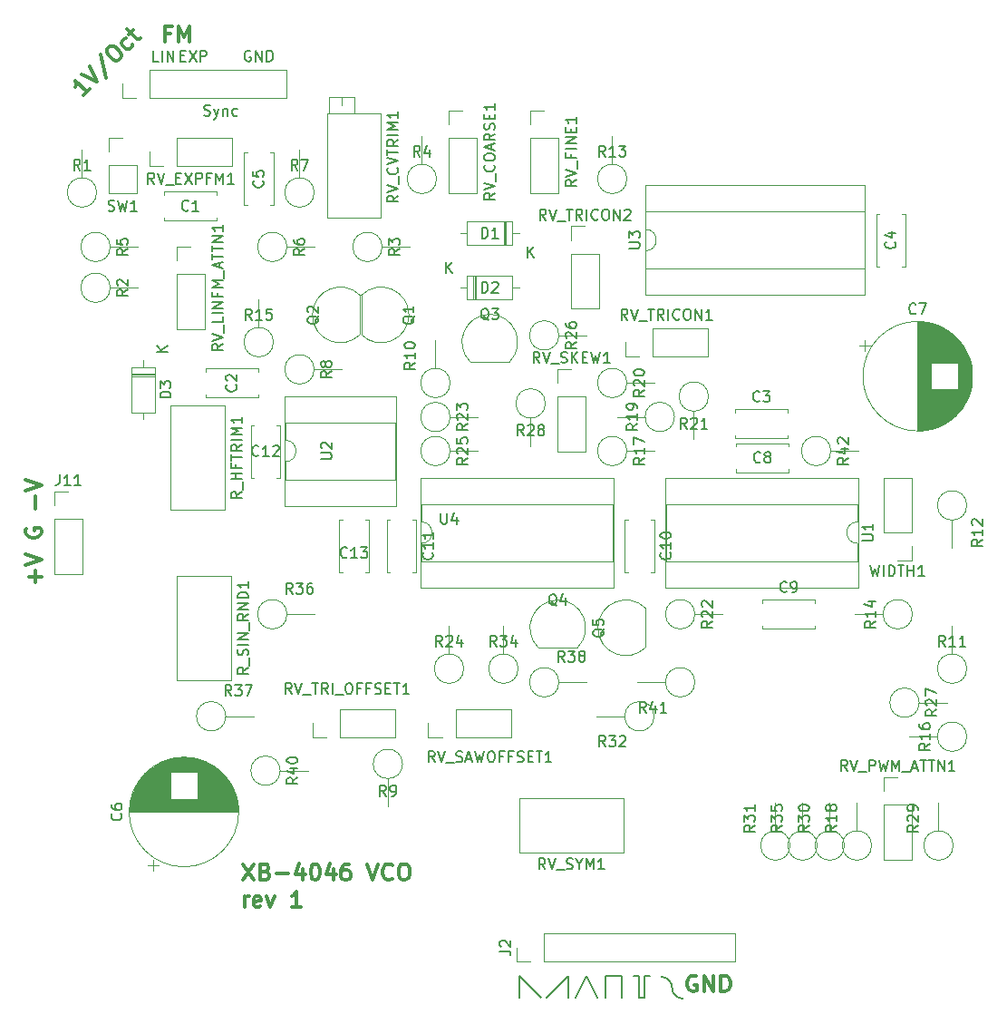
<source format=gbr>
G04 #@! TF.GenerationSoftware,KiCad,Pcbnew,(5.0.1)-rc2*
G04 #@! TF.CreationDate,2018-12-01T03:13:38-05:00*
G04 #@! TF.ProjectId,vco4069,76636F343036392E6B696361645F7063,rev?*
G04 #@! TF.SameCoordinates,Original*
G04 #@! TF.FileFunction,Legend,Top*
G04 #@! TF.FilePolarity,Positive*
%FSLAX46Y46*%
G04 Gerber Fmt 4.6, Leading zero omitted, Abs format (unit mm)*
G04 Created by KiCad (PCBNEW (5.0.1)-rc2) date 12/1/2018 3:13:38 AM*
%MOMM*%
%LPD*%
G01*
G04 APERTURE LIST*
%ADD10C,0.300000*%
%ADD11C,0.200000*%
%ADD12C,0.120000*%
%ADD13C,0.150000*%
G04 APERTURE END LIST*
D10*
X170434142Y-146824000D02*
X170291285Y-146752571D01*
X170077000Y-146752571D01*
X169862714Y-146824000D01*
X169719857Y-146966857D01*
X169648428Y-147109714D01*
X169577000Y-147395428D01*
X169577000Y-147609714D01*
X169648428Y-147895428D01*
X169719857Y-148038285D01*
X169862714Y-148181142D01*
X170077000Y-148252571D01*
X170219857Y-148252571D01*
X170434142Y-148181142D01*
X170505571Y-148109714D01*
X170505571Y-147609714D01*
X170219857Y-147609714D01*
X171148428Y-148252571D02*
X171148428Y-146752571D01*
X172005571Y-148252571D01*
X172005571Y-146752571D01*
X172719857Y-148252571D02*
X172719857Y-146752571D01*
X173077000Y-146752571D01*
X173291285Y-146824000D01*
X173434142Y-146966857D01*
X173505571Y-147109714D01*
X173577000Y-147395428D01*
X173577000Y-147609714D01*
X173505571Y-147895428D01*
X173434142Y-148038285D01*
X173291285Y-148181142D01*
X173077000Y-148252571D01*
X172719857Y-148252571D01*
D11*
X169164000Y-148903765D02*
G75*
G02X168148000Y-147887765I-1J1015999D01*
G01*
X167132000Y-146871765D02*
G75*
G02X168148000Y-147887765I1J-1015999D01*
G01*
X165608000Y-146812000D02*
X166116000Y-146812000D01*
X165608000Y-148844000D02*
X165608000Y-146812000D01*
X165100000Y-148844000D02*
X165608000Y-148844000D01*
X165100000Y-146812000D02*
X165100000Y-148844000D01*
X164592000Y-146812000D02*
X165100000Y-146812000D01*
X163449000Y-146812000D02*
X163449000Y-148844000D01*
X161925000Y-146812000D02*
X163449000Y-146812000D01*
X161925000Y-148844000D02*
X161925000Y-146812000D01*
X160147000Y-146812000D02*
X161163000Y-148844000D01*
X159131000Y-148844000D02*
X160147000Y-146812000D01*
X158496000Y-146812000D02*
X158496000Y-148844000D01*
X156464000Y-148844000D02*
X158496000Y-146812000D01*
X153924000Y-146812000D02*
X155956000Y-148844000D01*
X153924000Y-148844000D02*
X153924000Y-146812000D01*
X128778095Y-60460000D02*
X128682857Y-60412380D01*
X128540000Y-60412380D01*
X128397142Y-60460000D01*
X128301904Y-60555238D01*
X128254285Y-60650476D01*
X128206666Y-60840952D01*
X128206666Y-60983809D01*
X128254285Y-61174285D01*
X128301904Y-61269523D01*
X128397142Y-61364761D01*
X128540000Y-61412380D01*
X128635238Y-61412380D01*
X128778095Y-61364761D01*
X128825714Y-61317142D01*
X128825714Y-60983809D01*
X128635238Y-60983809D01*
X129254285Y-61412380D02*
X129254285Y-60412380D01*
X129825714Y-61412380D01*
X129825714Y-60412380D01*
X130301904Y-61412380D02*
X130301904Y-60412380D01*
X130540000Y-60412380D01*
X130682857Y-60460000D01*
X130778095Y-60555238D01*
X130825714Y-60650476D01*
X130873333Y-60840952D01*
X130873333Y-60983809D01*
X130825714Y-61174285D01*
X130778095Y-61269523D01*
X130682857Y-61364761D01*
X130540000Y-61412380D01*
X130301904Y-61412380D01*
X124436380Y-66444761D02*
X124579238Y-66492380D01*
X124817333Y-66492380D01*
X124912571Y-66444761D01*
X124960190Y-66397142D01*
X125007809Y-66301904D01*
X125007809Y-66206666D01*
X124960190Y-66111428D01*
X124912571Y-66063809D01*
X124817333Y-66016190D01*
X124626857Y-65968571D01*
X124531619Y-65920952D01*
X124484000Y-65873333D01*
X124436380Y-65778095D01*
X124436380Y-65682857D01*
X124484000Y-65587619D01*
X124531619Y-65540000D01*
X124626857Y-65492380D01*
X124864952Y-65492380D01*
X125007809Y-65540000D01*
X125341142Y-65825714D02*
X125579238Y-66492380D01*
X125817333Y-65825714D02*
X125579238Y-66492380D01*
X125484000Y-66730476D01*
X125436380Y-66778095D01*
X125341142Y-66825714D01*
X126198285Y-65825714D02*
X126198285Y-66492380D01*
X126198285Y-65920952D02*
X126245904Y-65873333D01*
X126341142Y-65825714D01*
X126484000Y-65825714D01*
X126579238Y-65873333D01*
X126626857Y-65968571D01*
X126626857Y-66492380D01*
X127531619Y-66444761D02*
X127436380Y-66492380D01*
X127245904Y-66492380D01*
X127150666Y-66444761D01*
X127103047Y-66397142D01*
X127055428Y-66301904D01*
X127055428Y-66016190D01*
X127103047Y-65920952D01*
X127150666Y-65873333D01*
X127245904Y-65825714D01*
X127436380Y-65825714D01*
X127531619Y-65873333D01*
X122253523Y-60888571D02*
X122586857Y-60888571D01*
X122729714Y-61412380D02*
X122253523Y-61412380D01*
X122253523Y-60412380D01*
X122729714Y-60412380D01*
X123063047Y-60412380D02*
X123729714Y-61412380D01*
X123729714Y-60412380D02*
X123063047Y-61412380D01*
X124110666Y-61412380D02*
X124110666Y-60412380D01*
X124491619Y-60412380D01*
X124586857Y-60460000D01*
X124634476Y-60507619D01*
X124682095Y-60602857D01*
X124682095Y-60745714D01*
X124634476Y-60840952D01*
X124586857Y-60888571D01*
X124491619Y-60936190D01*
X124110666Y-60936190D01*
X120197619Y-61412380D02*
X119721428Y-61412380D01*
X119721428Y-60412380D01*
X120530952Y-61412380D02*
X120530952Y-60412380D01*
X121007142Y-61412380D02*
X121007142Y-60412380D01*
X121578571Y-61412380D01*
X121578571Y-60412380D01*
D10*
X121277142Y-58820857D02*
X120777142Y-58820857D01*
X120777142Y-59606571D02*
X120777142Y-58106571D01*
X121491428Y-58106571D01*
X122062857Y-59606571D02*
X122062857Y-58106571D01*
X122562857Y-59178000D01*
X123062857Y-58106571D01*
X123062857Y-59606571D01*
X113775517Y-63968127D02*
X113169425Y-64574219D01*
X113472471Y-64271173D02*
X112411811Y-63210513D01*
X112462319Y-63463051D01*
X112462319Y-63665081D01*
X112411811Y-63816604D01*
X113017902Y-62604421D02*
X114432116Y-63311528D01*
X113725009Y-61897314D01*
X114785669Y-60735639D02*
X115240238Y-63008482D01*
X115391761Y-60230563D02*
X115593791Y-60028532D01*
X115745314Y-59978024D01*
X115947345Y-59978024D01*
X116199883Y-60129547D01*
X116553436Y-60483101D01*
X116704959Y-60735639D01*
X116704959Y-60937669D01*
X116654452Y-61089192D01*
X116452421Y-61291223D01*
X116300898Y-61341730D01*
X116098868Y-61341730D01*
X115846330Y-61190208D01*
X115492776Y-60836654D01*
X115341253Y-60584116D01*
X115341253Y-60382086D01*
X115391761Y-60230563D01*
X117765619Y-59877009D02*
X117715112Y-60028532D01*
X117513081Y-60230563D01*
X117361558Y-60281070D01*
X117260543Y-60281070D01*
X117109020Y-60230563D01*
X116805975Y-59927517D01*
X116755467Y-59775994D01*
X116755467Y-59674979D01*
X116805975Y-59523456D01*
X117008005Y-59321425D01*
X117159528Y-59270918D01*
X117412066Y-58917364D02*
X117816127Y-58513303D01*
X117210036Y-58412288D02*
X118119173Y-59321425D01*
X118270696Y-59371933D01*
X118422219Y-59321425D01*
X118523234Y-59220410D01*
X108692142Y-110088571D02*
X108692142Y-108945714D01*
X109263571Y-109517142D02*
X108120714Y-109517142D01*
X107763571Y-108445714D02*
X109263571Y-107945714D01*
X107763571Y-107445714D01*
X107835000Y-105017142D02*
X107763571Y-105160000D01*
X107763571Y-105374285D01*
X107835000Y-105588571D01*
X107977857Y-105731428D01*
X108120714Y-105802857D01*
X108406428Y-105874285D01*
X108620714Y-105874285D01*
X108906428Y-105802857D01*
X109049285Y-105731428D01*
X109192142Y-105588571D01*
X109263571Y-105374285D01*
X109263571Y-105231428D01*
X109192142Y-105017142D01*
X109120714Y-104945714D01*
X108620714Y-104945714D01*
X108620714Y-105231428D01*
X108692142Y-103160000D02*
X108692142Y-102017142D01*
X107763571Y-101517142D02*
X109263571Y-101017142D01*
X107763571Y-100517142D01*
X128202857Y-140378571D02*
X128202857Y-139378571D01*
X128202857Y-139664285D02*
X128274285Y-139521428D01*
X128345714Y-139450000D01*
X128488571Y-139378571D01*
X128631428Y-139378571D01*
X129702857Y-140307142D02*
X129560000Y-140378571D01*
X129274285Y-140378571D01*
X129131428Y-140307142D01*
X129060000Y-140164285D01*
X129060000Y-139592857D01*
X129131428Y-139450000D01*
X129274285Y-139378571D01*
X129560000Y-139378571D01*
X129702857Y-139450000D01*
X129774285Y-139592857D01*
X129774285Y-139735714D01*
X129060000Y-139878571D01*
X130274285Y-139378571D02*
X130631428Y-140378571D01*
X130988571Y-139378571D01*
X133488571Y-140378571D02*
X132631428Y-140378571D01*
X133060000Y-140378571D02*
X133060000Y-138878571D01*
X132917142Y-139092857D01*
X132774285Y-139235714D01*
X132631428Y-139307142D01*
X128104285Y-136338571D02*
X129104285Y-137838571D01*
X129104285Y-136338571D02*
X128104285Y-137838571D01*
X130175714Y-137052857D02*
X130390000Y-137124285D01*
X130461428Y-137195714D01*
X130532857Y-137338571D01*
X130532857Y-137552857D01*
X130461428Y-137695714D01*
X130390000Y-137767142D01*
X130247142Y-137838571D01*
X129675714Y-137838571D01*
X129675714Y-136338571D01*
X130175714Y-136338571D01*
X130318571Y-136410000D01*
X130390000Y-136481428D01*
X130461428Y-136624285D01*
X130461428Y-136767142D01*
X130390000Y-136910000D01*
X130318571Y-136981428D01*
X130175714Y-137052857D01*
X129675714Y-137052857D01*
X131175714Y-137267142D02*
X132318571Y-137267142D01*
X133675714Y-136838571D02*
X133675714Y-137838571D01*
X133318571Y-136267142D02*
X132961428Y-137338571D01*
X133890000Y-137338571D01*
X134747142Y-136338571D02*
X134890000Y-136338571D01*
X135032857Y-136410000D01*
X135104285Y-136481428D01*
X135175714Y-136624285D01*
X135247142Y-136910000D01*
X135247142Y-137267142D01*
X135175714Y-137552857D01*
X135104285Y-137695714D01*
X135032857Y-137767142D01*
X134890000Y-137838571D01*
X134747142Y-137838571D01*
X134604285Y-137767142D01*
X134532857Y-137695714D01*
X134461428Y-137552857D01*
X134390000Y-137267142D01*
X134390000Y-136910000D01*
X134461428Y-136624285D01*
X134532857Y-136481428D01*
X134604285Y-136410000D01*
X134747142Y-136338571D01*
X136532857Y-136838571D02*
X136532857Y-137838571D01*
X136175714Y-136267142D02*
X135818571Y-137338571D01*
X136747142Y-137338571D01*
X137961428Y-136338571D02*
X137675714Y-136338571D01*
X137532857Y-136410000D01*
X137461428Y-136481428D01*
X137318571Y-136695714D01*
X137247142Y-136981428D01*
X137247142Y-137552857D01*
X137318571Y-137695714D01*
X137390000Y-137767142D01*
X137532857Y-137838571D01*
X137818571Y-137838571D01*
X137961428Y-137767142D01*
X138032857Y-137695714D01*
X138104285Y-137552857D01*
X138104285Y-137195714D01*
X138032857Y-137052857D01*
X137961428Y-136981428D01*
X137818571Y-136910000D01*
X137532857Y-136910000D01*
X137390000Y-136981428D01*
X137318571Y-137052857D01*
X137247142Y-137195714D01*
X139675714Y-136338571D02*
X140175714Y-137838571D01*
X140675714Y-136338571D01*
X142032857Y-137695714D02*
X141961428Y-137767142D01*
X141747142Y-137838571D01*
X141604285Y-137838571D01*
X141390000Y-137767142D01*
X141247142Y-137624285D01*
X141175714Y-137481428D01*
X141104285Y-137195714D01*
X141104285Y-136981428D01*
X141175714Y-136695714D01*
X141247142Y-136552857D01*
X141390000Y-136410000D01*
X141604285Y-136338571D01*
X141747142Y-136338571D01*
X141961428Y-136410000D01*
X142032857Y-136481428D01*
X142961428Y-136338571D02*
X143247142Y-136338571D01*
X143390000Y-136410000D01*
X143532857Y-136552857D01*
X143604285Y-136838571D01*
X143604285Y-137338571D01*
X143532857Y-137624285D01*
X143390000Y-137767142D01*
X143247142Y-137838571D01*
X142961428Y-137838571D01*
X142818571Y-137767142D01*
X142675714Y-137624285D01*
X142604285Y-137338571D01*
X142604285Y-136838571D01*
X142675714Y-136552857D01*
X142818571Y-136410000D01*
X142961428Y-136338571D01*
D12*
G04 #@! TO.C,R4*
X146150000Y-72390000D02*
G75*
G03X146150000Y-72390000I-1370000J0D01*
G01*
X144780000Y-71020000D02*
X144780000Y-68410000D01*
G04 #@! TO.C,U1*
X185540000Y-110550000D02*
X185540000Y-100270000D01*
X167520000Y-110550000D02*
X185540000Y-110550000D01*
X167520000Y-100270000D02*
X167520000Y-110550000D01*
X185540000Y-100270000D02*
X167520000Y-100270000D01*
X185480000Y-108060000D02*
X185480000Y-106410000D01*
X167580000Y-108060000D02*
X185480000Y-108060000D01*
X167580000Y-102760000D02*
X167580000Y-108060000D01*
X185480000Y-102760000D02*
X167580000Y-102760000D01*
X185480000Y-104410000D02*
X185480000Y-102760000D01*
X185480000Y-106410000D02*
G75*
G02X185480000Y-104410000I0J1000000D01*
G01*
G04 #@! TO.C,D3*
X119865000Y-89955000D02*
X117625000Y-89955000D01*
X117625000Y-89955000D02*
X117625000Y-94195000D01*
X117625000Y-94195000D02*
X119865000Y-94195000D01*
X119865000Y-94195000D02*
X119865000Y-89955000D01*
X118745000Y-89305000D02*
X118745000Y-89955000D01*
X118745000Y-94845000D02*
X118745000Y-94195000D01*
X119865000Y-90675000D02*
X117625000Y-90675000D01*
X119865000Y-90795000D02*
X117625000Y-90795000D01*
X119865000Y-90555000D02*
X117625000Y-90555000D01*
G04 #@! TO.C,R8*
X134720000Y-90170000D02*
X137330000Y-90170000D01*
X134720000Y-90170000D02*
G75*
G03X134720000Y-90170000I-1370000J0D01*
G01*
G04 #@! TO.C,R22*
X170280000Y-113030000D02*
G75*
G03X170280000Y-113030000I-1370000J0D01*
G01*
X170280000Y-113030000D02*
X172890000Y-113030000D01*
G04 #@! TO.C,R23*
X147420000Y-94615000D02*
X150030000Y-94615000D01*
X147420000Y-94615000D02*
G75*
G03X147420000Y-94615000I-1370000J0D01*
G01*
G04 #@! TO.C,R24*
X148690000Y-118110000D02*
G75*
G03X148690000Y-118110000I-1370000J0D01*
G01*
X147320000Y-116740000D02*
X147320000Y-114130000D01*
G04 #@! TO.C,R25*
X147420000Y-97790000D02*
X150030000Y-97790000D01*
X147420000Y-97790000D02*
G75*
G03X147420000Y-97790000I-1370000J0D01*
G01*
G04 #@! TO.C,R26*
X157580000Y-86995000D02*
G75*
G03X157580000Y-86995000I-1370000J0D01*
G01*
X157580000Y-86995000D02*
X160190000Y-86995000D01*
G04 #@! TO.C,R27*
X191235000Y-121285000D02*
X193845000Y-121285000D01*
X191235000Y-121285000D02*
G75*
G03X191235000Y-121285000I-1370000J0D01*
G01*
G04 #@! TO.C,R28*
X156310000Y-93345000D02*
G75*
G03X156310000Y-93345000I-1370000J0D01*
G01*
X154940000Y-94715000D02*
X154940000Y-97325000D01*
G04 #@! TO.C,R29*
X193040000Y-133250000D02*
X193040000Y-130640000D01*
X194410000Y-134620000D02*
G75*
G03X194410000Y-134620000I-1370000J0D01*
G01*
G04 #@! TO.C,R7*
X134720000Y-73660000D02*
G75*
G03X134720000Y-73660000I-1370000J0D01*
G01*
X133350000Y-72290000D02*
X133350000Y-69680000D01*
G04 #@! TO.C,R32*
X163730000Y-122555000D02*
X161120000Y-122555000D01*
X166470000Y-122555000D02*
G75*
G03X166470000Y-122555000I-1370000J0D01*
G01*
G04 #@! TO.C,R34*
X153770000Y-118110000D02*
G75*
G03X153770000Y-118110000I-1370000J0D01*
G01*
X152400000Y-116740000D02*
X152400000Y-114130000D01*
G04 #@! TO.C,R35*
X180340000Y-133250000D02*
X180340000Y-130640000D01*
X181710000Y-134620000D02*
G75*
G03X181710000Y-134620000I-1370000J0D01*
G01*
G04 #@! TO.C,R36*
X132180000Y-113030000D02*
G75*
G03X132180000Y-113030000I-1370000J0D01*
G01*
X132180000Y-113030000D02*
X134790000Y-113030000D01*
G04 #@! TO.C,R37*
X126465000Y-122555000D02*
X129075000Y-122555000D01*
X126465000Y-122555000D02*
G75*
G03X126465000Y-122555000I-1370000J0D01*
G01*
G04 #@! TO.C,R38*
X157580000Y-119380000D02*
G75*
G03X157580000Y-119380000I-1370000J0D01*
G01*
X157580000Y-119380000D02*
X160190000Y-119380000D01*
G04 #@! TO.C,R40*
X131545000Y-127635000D02*
X134155000Y-127635000D01*
X131545000Y-127635000D02*
G75*
G03X131545000Y-127635000I-1370000J0D01*
G01*
G04 #@! TO.C,R41*
X170280000Y-119380000D02*
G75*
G03X170280000Y-119380000I-1370000J0D01*
G01*
X167540000Y-119380000D02*
X164930000Y-119380000D01*
G04 #@! TO.C,R42*
X182980000Y-97790000D02*
X185590000Y-97790000D01*
X182980000Y-97790000D02*
G75*
G03X182980000Y-97790000I-1370000J0D01*
G01*
G04 #@! TO.C,R31*
X179170000Y-134620000D02*
G75*
G03X179170000Y-134620000I-1370000J0D01*
G01*
X177800000Y-133250000D02*
X177800000Y-130640000D01*
G04 #@! TO.C,R30*
X182880000Y-133250000D02*
X182880000Y-130640000D01*
X184250000Y-134620000D02*
G75*
G03X184250000Y-134620000I-1370000J0D01*
G01*
G04 #@! TO.C,R16*
X195680000Y-124460000D02*
G75*
G03X195680000Y-124460000I-1370000J0D01*
G01*
X192940000Y-124460000D02*
X190330000Y-124460000D01*
G04 #@! TO.C,R15*
X129540000Y-86260000D02*
X129540000Y-83650000D01*
X130910000Y-87630000D02*
G75*
G03X130910000Y-87630000I-1370000J0D01*
G01*
G04 #@! TO.C,R14*
X190600000Y-113030000D02*
G75*
G03X190600000Y-113030000I-1370000J0D01*
G01*
X187860000Y-113030000D02*
X185250000Y-113030000D01*
G04 #@! TO.C,R13*
X162560000Y-71020000D02*
X162560000Y-68410000D01*
X163930000Y-72390000D02*
G75*
G03X163930000Y-72390000I-1370000J0D01*
G01*
G04 #@! TO.C,R12*
X195680000Y-102870000D02*
G75*
G03X195680000Y-102870000I-1370000J0D01*
G01*
X194310000Y-104240000D02*
X194310000Y-106850000D01*
G04 #@! TO.C,R11*
X194310000Y-116740000D02*
X194310000Y-114130000D01*
X195680000Y-118110000D02*
G75*
G03X195680000Y-118110000I-1370000J0D01*
G01*
G04 #@! TO.C,R10*
X147420000Y-91440000D02*
G75*
G03X147420000Y-91440000I-1370000J0D01*
G01*
X146050000Y-90070000D02*
X146050000Y-87460000D01*
G04 #@! TO.C,R9*
X141605000Y-128370000D02*
X141605000Y-130980000D01*
X142975000Y-127000000D02*
G75*
G03X142975000Y-127000000I-1370000J0D01*
G01*
G04 #@! TO.C,R20*
X163930000Y-91440000D02*
G75*
G03X163930000Y-91440000I-1370000J0D01*
G01*
X163930000Y-91440000D02*
X166540000Y-91440000D01*
G04 #@! TO.C,R17*
X163930000Y-97790000D02*
X166540000Y-97790000D01*
X163930000Y-97790000D02*
G75*
G03X163930000Y-97790000I-1370000J0D01*
G01*
G04 #@! TO.C,R6*
X132180000Y-78740000D02*
G75*
G03X132180000Y-78740000I-1370000J0D01*
G01*
X132180000Y-78740000D02*
X134790000Y-78740000D01*
G04 #@! TO.C,R5*
X115670000Y-78740000D02*
X118280000Y-78740000D01*
X115670000Y-78740000D02*
G75*
G03X115670000Y-78740000I-1370000J0D01*
G01*
G04 #@! TO.C,R3*
X141070000Y-78740000D02*
X143680000Y-78740000D01*
X141070000Y-78740000D02*
G75*
G03X141070000Y-78740000I-1370000J0D01*
G01*
G04 #@! TO.C,R2*
X115670000Y-82550000D02*
G75*
G03X115670000Y-82550000I-1370000J0D01*
G01*
X115670000Y-82550000D02*
X118280000Y-82550000D01*
G04 #@! TO.C,R1*
X113030000Y-72290000D02*
X113030000Y-69680000D01*
X114400000Y-73660000D02*
G75*
G03X114400000Y-73660000I-1370000J0D01*
G01*
G04 #@! TO.C,R18*
X186790000Y-134620000D02*
G75*
G03X186790000Y-134620000I-1370000J0D01*
G01*
X185420000Y-133250000D02*
X185420000Y-130640000D01*
G04 #@! TO.C,R19*
X165635000Y-94615000D02*
X163025000Y-94615000D01*
X168375000Y-94615000D02*
G75*
G03X168375000Y-94615000I-1370000J0D01*
G01*
G04 #@! TO.C,R21*
X171550000Y-92710000D02*
G75*
G03X171550000Y-92710000I-1370000J0D01*
G01*
X170180000Y-94080000D02*
X170180000Y-96690000D01*
G04 #@! TO.C,C1*
X125620000Y-75985000D02*
X125620000Y-76300000D01*
X125620000Y-73560000D02*
X125620000Y-73875000D01*
X120680000Y-75985000D02*
X120680000Y-76300000D01*
X120680000Y-73560000D02*
X120680000Y-73875000D01*
X120680000Y-76300000D02*
X125620000Y-76300000D01*
X120680000Y-73560000D02*
X125620000Y-73560000D01*
G04 #@! TO.C,C2*
X129510000Y-92810000D02*
X124570000Y-92810000D01*
X129510000Y-90070000D02*
X124570000Y-90070000D01*
X129510000Y-92810000D02*
X129510000Y-92495000D01*
X129510000Y-90385000D02*
X129510000Y-90070000D01*
X124570000Y-92810000D02*
X124570000Y-92495000D01*
X124570000Y-90385000D02*
X124570000Y-90070000D01*
G04 #@! TO.C,C3*
X178960000Y-96305000D02*
X178960000Y-96620000D01*
X178960000Y-93880000D02*
X178960000Y-94195000D01*
X174020000Y-96305000D02*
X174020000Y-96620000D01*
X174020000Y-93880000D02*
X174020000Y-94195000D01*
X174020000Y-96620000D02*
X178960000Y-96620000D01*
X174020000Y-93880000D02*
X178960000Y-93880000D01*
G04 #@! TO.C,C4*
X187225000Y-80615000D02*
X187225000Y-75675000D01*
X189965000Y-80615000D02*
X189965000Y-75675000D01*
X187225000Y-80615000D02*
X187540000Y-80615000D01*
X189650000Y-80615000D02*
X189965000Y-80615000D01*
X187225000Y-75675000D02*
X187540000Y-75675000D01*
X189650000Y-75675000D02*
X189965000Y-75675000D01*
G04 #@! TO.C,C5*
X128485000Y-74820000D02*
X128170000Y-74820000D01*
X130910000Y-74820000D02*
X130595000Y-74820000D01*
X128485000Y-69880000D02*
X128170000Y-69880000D01*
X130910000Y-69880000D02*
X130595000Y-69880000D01*
X128170000Y-69880000D02*
X128170000Y-74820000D01*
X130910000Y-69880000D02*
X130910000Y-74820000D01*
G04 #@! TO.C,C6*
X119180000Y-136464646D02*
X120180000Y-136464646D01*
X119680000Y-136964646D02*
X119680000Y-135964646D01*
X121956000Y-126404000D02*
X123154000Y-126404000D01*
X121693000Y-126444000D02*
X123417000Y-126444000D01*
X121493000Y-126484000D02*
X123617000Y-126484000D01*
X121325000Y-126524000D02*
X123785000Y-126524000D01*
X121177000Y-126564000D02*
X123933000Y-126564000D01*
X121045000Y-126604000D02*
X124065000Y-126604000D01*
X120925000Y-126644000D02*
X124185000Y-126644000D01*
X120813000Y-126684000D02*
X124297000Y-126684000D01*
X120709000Y-126724000D02*
X124401000Y-126724000D01*
X120611000Y-126764000D02*
X124499000Y-126764000D01*
X120518000Y-126804000D02*
X124592000Y-126804000D01*
X120430000Y-126844000D02*
X124680000Y-126844000D01*
X120346000Y-126884000D02*
X124764000Y-126884000D01*
X120266000Y-126924000D02*
X124844000Y-126924000D01*
X120190000Y-126964000D02*
X124920000Y-126964000D01*
X120116000Y-127004000D02*
X124994000Y-127004000D01*
X120045000Y-127044000D02*
X125065000Y-127044000D01*
X119976000Y-127084000D02*
X125134000Y-127084000D01*
X119910000Y-127124000D02*
X125200000Y-127124000D01*
X119846000Y-127164000D02*
X125264000Y-127164000D01*
X119785000Y-127204000D02*
X125325000Y-127204000D01*
X119725000Y-127244000D02*
X125385000Y-127244000D01*
X119666000Y-127284000D02*
X125444000Y-127284000D01*
X119610000Y-127324000D02*
X125500000Y-127324000D01*
X119555000Y-127364000D02*
X125555000Y-127364000D01*
X119501000Y-127404000D02*
X125609000Y-127404000D01*
X119449000Y-127444000D02*
X125661000Y-127444000D01*
X119399000Y-127484000D02*
X125711000Y-127484000D01*
X119349000Y-127524000D02*
X125761000Y-127524000D01*
X119301000Y-127564000D02*
X125809000Y-127564000D01*
X119254000Y-127604000D02*
X125856000Y-127604000D01*
X119208000Y-127644000D02*
X125902000Y-127644000D01*
X119163000Y-127684000D02*
X125947000Y-127684000D01*
X119119000Y-127724000D02*
X125991000Y-127724000D01*
X123796000Y-127764000D02*
X126033000Y-127764000D01*
X119077000Y-127764000D02*
X121314000Y-127764000D01*
X123796000Y-127804000D02*
X126075000Y-127804000D01*
X119035000Y-127804000D02*
X121314000Y-127804000D01*
X123796000Y-127844000D02*
X126116000Y-127844000D01*
X118994000Y-127844000D02*
X121314000Y-127844000D01*
X123796000Y-127884000D02*
X126156000Y-127884000D01*
X118954000Y-127884000D02*
X121314000Y-127884000D01*
X123796000Y-127924000D02*
X126195000Y-127924000D01*
X118915000Y-127924000D02*
X121314000Y-127924000D01*
X123796000Y-127964000D02*
X126234000Y-127964000D01*
X118876000Y-127964000D02*
X121314000Y-127964000D01*
X123796000Y-128004000D02*
X126271000Y-128004000D01*
X118839000Y-128004000D02*
X121314000Y-128004000D01*
X123796000Y-128044000D02*
X126308000Y-128044000D01*
X118802000Y-128044000D02*
X121314000Y-128044000D01*
X123796000Y-128084000D02*
X126344000Y-128084000D01*
X118766000Y-128084000D02*
X121314000Y-128084000D01*
X123796000Y-128124000D02*
X126379000Y-128124000D01*
X118731000Y-128124000D02*
X121314000Y-128124000D01*
X123796000Y-128164000D02*
X126413000Y-128164000D01*
X118697000Y-128164000D02*
X121314000Y-128164000D01*
X123796000Y-128204000D02*
X126447000Y-128204000D01*
X118663000Y-128204000D02*
X121314000Y-128204000D01*
X123796000Y-128244000D02*
X126480000Y-128244000D01*
X118630000Y-128244000D02*
X121314000Y-128244000D01*
X123796000Y-128284000D02*
X126512000Y-128284000D01*
X118598000Y-128284000D02*
X121314000Y-128284000D01*
X123796000Y-128324000D02*
X126544000Y-128324000D01*
X118566000Y-128324000D02*
X121314000Y-128324000D01*
X123796000Y-128364000D02*
X126575000Y-128364000D01*
X118535000Y-128364000D02*
X121314000Y-128364000D01*
X123796000Y-128404000D02*
X126605000Y-128404000D01*
X118505000Y-128404000D02*
X121314000Y-128404000D01*
X123796000Y-128444000D02*
X126635000Y-128444000D01*
X118475000Y-128444000D02*
X121314000Y-128444000D01*
X123796000Y-128484000D02*
X126665000Y-128484000D01*
X118445000Y-128484000D02*
X121314000Y-128484000D01*
X123796000Y-128524000D02*
X126693000Y-128524000D01*
X118417000Y-128524000D02*
X121314000Y-128524000D01*
X123796000Y-128564000D02*
X126721000Y-128564000D01*
X118389000Y-128564000D02*
X121314000Y-128564000D01*
X123796000Y-128604000D02*
X126749000Y-128604000D01*
X118361000Y-128604000D02*
X121314000Y-128604000D01*
X123796000Y-128644000D02*
X126776000Y-128644000D01*
X118334000Y-128644000D02*
X121314000Y-128644000D01*
X123796000Y-128684000D02*
X126802000Y-128684000D01*
X118308000Y-128684000D02*
X121314000Y-128684000D01*
X123796000Y-128724000D02*
X126828000Y-128724000D01*
X118282000Y-128724000D02*
X121314000Y-128724000D01*
X123796000Y-128764000D02*
X126853000Y-128764000D01*
X118257000Y-128764000D02*
X121314000Y-128764000D01*
X123796000Y-128804000D02*
X126878000Y-128804000D01*
X118232000Y-128804000D02*
X121314000Y-128804000D01*
X123796000Y-128844000D02*
X126902000Y-128844000D01*
X118208000Y-128844000D02*
X121314000Y-128844000D01*
X123796000Y-128884000D02*
X126926000Y-128884000D01*
X118184000Y-128884000D02*
X121314000Y-128884000D01*
X123796000Y-128924000D02*
X126950000Y-128924000D01*
X118160000Y-128924000D02*
X121314000Y-128924000D01*
X123796000Y-128964000D02*
X126972000Y-128964000D01*
X118138000Y-128964000D02*
X121314000Y-128964000D01*
X123796000Y-129004000D02*
X126995000Y-129004000D01*
X118115000Y-129004000D02*
X121314000Y-129004000D01*
X123796000Y-129044000D02*
X127017000Y-129044000D01*
X118093000Y-129044000D02*
X121314000Y-129044000D01*
X123796000Y-129084000D02*
X127038000Y-129084000D01*
X118072000Y-129084000D02*
X121314000Y-129084000D01*
X123796000Y-129124000D02*
X127059000Y-129124000D01*
X118051000Y-129124000D02*
X121314000Y-129124000D01*
X123796000Y-129164000D02*
X127080000Y-129164000D01*
X118030000Y-129164000D02*
X121314000Y-129164000D01*
X123796000Y-129204000D02*
X127100000Y-129204000D01*
X118010000Y-129204000D02*
X121314000Y-129204000D01*
X123796000Y-129244000D02*
X127119000Y-129244000D01*
X117991000Y-129244000D02*
X121314000Y-129244000D01*
X123796000Y-129284000D02*
X127139000Y-129284000D01*
X117971000Y-129284000D02*
X121314000Y-129284000D01*
X123796000Y-129324000D02*
X127158000Y-129324000D01*
X117952000Y-129324000D02*
X121314000Y-129324000D01*
X123796000Y-129364000D02*
X127176000Y-129364000D01*
X117934000Y-129364000D02*
X121314000Y-129364000D01*
X123796000Y-129404000D02*
X127194000Y-129404000D01*
X117916000Y-129404000D02*
X121314000Y-129404000D01*
X123796000Y-129444000D02*
X127212000Y-129444000D01*
X117898000Y-129444000D02*
X121314000Y-129444000D01*
X123796000Y-129484000D02*
X127229000Y-129484000D01*
X117881000Y-129484000D02*
X121314000Y-129484000D01*
X123796000Y-129524000D02*
X127245000Y-129524000D01*
X117865000Y-129524000D02*
X121314000Y-129524000D01*
X123796000Y-129564000D02*
X127262000Y-129564000D01*
X117848000Y-129564000D02*
X121314000Y-129564000D01*
X123796000Y-129604000D02*
X127278000Y-129604000D01*
X117832000Y-129604000D02*
X121314000Y-129604000D01*
X123796000Y-129644000D02*
X127293000Y-129644000D01*
X117817000Y-129644000D02*
X121314000Y-129644000D01*
X123796000Y-129684000D02*
X127309000Y-129684000D01*
X117801000Y-129684000D02*
X121314000Y-129684000D01*
X123796000Y-129724000D02*
X127323000Y-129724000D01*
X117787000Y-129724000D02*
X121314000Y-129724000D01*
X123796000Y-129764000D02*
X127338000Y-129764000D01*
X117772000Y-129764000D02*
X121314000Y-129764000D01*
X123796000Y-129804000D02*
X127352000Y-129804000D01*
X117758000Y-129804000D02*
X121314000Y-129804000D01*
X123796000Y-129844000D02*
X127366000Y-129844000D01*
X117744000Y-129844000D02*
X121314000Y-129844000D01*
X123796000Y-129884000D02*
X127379000Y-129884000D01*
X117731000Y-129884000D02*
X121314000Y-129884000D01*
X123796000Y-129924000D02*
X127392000Y-129924000D01*
X117718000Y-129924000D02*
X121314000Y-129924000D01*
X123796000Y-129964000D02*
X127405000Y-129964000D01*
X117705000Y-129964000D02*
X121314000Y-129964000D01*
X123796000Y-130004000D02*
X127417000Y-130004000D01*
X117693000Y-130004000D02*
X121314000Y-130004000D01*
X123796000Y-130044000D02*
X127429000Y-130044000D01*
X117681000Y-130044000D02*
X121314000Y-130044000D01*
X123796000Y-130084000D02*
X127440000Y-130084000D01*
X117670000Y-130084000D02*
X121314000Y-130084000D01*
X123796000Y-130124000D02*
X127452000Y-130124000D01*
X117658000Y-130124000D02*
X121314000Y-130124000D01*
X123796000Y-130164000D02*
X127462000Y-130164000D01*
X117648000Y-130164000D02*
X121314000Y-130164000D01*
X123796000Y-130204000D02*
X127473000Y-130204000D01*
X117637000Y-130204000D02*
X121314000Y-130204000D01*
X117627000Y-130244000D02*
X127483000Y-130244000D01*
X117617000Y-130284000D02*
X127493000Y-130284000D01*
X117608000Y-130324000D02*
X127502000Y-130324000D01*
X117599000Y-130364000D02*
X127511000Y-130364000D01*
X117590000Y-130404000D02*
X127520000Y-130404000D01*
X117581000Y-130444000D02*
X127529000Y-130444000D01*
X117573000Y-130484000D02*
X127537000Y-130484000D01*
X117565000Y-130524000D02*
X127545000Y-130524000D01*
X117558000Y-130564000D02*
X127552000Y-130564000D01*
X117551000Y-130604000D02*
X127559000Y-130604000D01*
X117544000Y-130644000D02*
X127566000Y-130644000D01*
X117537000Y-130684000D02*
X127573000Y-130684000D01*
X117531000Y-130724000D02*
X127579000Y-130724000D01*
X117525000Y-130764000D02*
X127585000Y-130764000D01*
X117520000Y-130805000D02*
X127590000Y-130805000D01*
X117515000Y-130845000D02*
X127595000Y-130845000D01*
X117510000Y-130885000D02*
X127600000Y-130885000D01*
X117505000Y-130925000D02*
X127605000Y-130925000D01*
X117501000Y-130965000D02*
X127609000Y-130965000D01*
X117497000Y-131005000D02*
X127613000Y-131005000D01*
X117493000Y-131045000D02*
X127617000Y-131045000D01*
X117490000Y-131085000D02*
X127620000Y-131085000D01*
X117487000Y-131125000D02*
X127623000Y-131125000D01*
X117485000Y-131165000D02*
X127625000Y-131165000D01*
X117482000Y-131205000D02*
X127628000Y-131205000D01*
X117480000Y-131245000D02*
X127630000Y-131245000D01*
X117478000Y-131285000D02*
X127632000Y-131285000D01*
X117477000Y-131325000D02*
X127633000Y-131325000D01*
X117476000Y-131365000D02*
X127634000Y-131365000D01*
X117475000Y-131405000D02*
X127635000Y-131405000D01*
X117475000Y-131445000D02*
X127635000Y-131445000D01*
X117475000Y-131485000D02*
X127635000Y-131485000D01*
X127675000Y-131485000D02*
G75*
G03X127675000Y-131485000I-5120000J0D01*
G01*
G04 #@! TO.C,C7*
X196215000Y-90805000D02*
G75*
G03X196215000Y-90805000I-5120000J0D01*
G01*
X191095000Y-85725000D02*
X191095000Y-95885000D01*
X191135000Y-85725000D02*
X191135000Y-95885000D01*
X191175000Y-85725000D02*
X191175000Y-95885000D01*
X191215000Y-85726000D02*
X191215000Y-95884000D01*
X191255000Y-85727000D02*
X191255000Y-95883000D01*
X191295000Y-85728000D02*
X191295000Y-95882000D01*
X191335000Y-85730000D02*
X191335000Y-95880000D01*
X191375000Y-85732000D02*
X191375000Y-95878000D01*
X191415000Y-85735000D02*
X191415000Y-95875000D01*
X191455000Y-85737000D02*
X191455000Y-95873000D01*
X191495000Y-85740000D02*
X191495000Y-95870000D01*
X191535000Y-85743000D02*
X191535000Y-95867000D01*
X191575000Y-85747000D02*
X191575000Y-95863000D01*
X191615000Y-85751000D02*
X191615000Y-95859000D01*
X191655000Y-85755000D02*
X191655000Y-95855000D01*
X191695000Y-85760000D02*
X191695000Y-95850000D01*
X191735000Y-85765000D02*
X191735000Y-95845000D01*
X191775000Y-85770000D02*
X191775000Y-95840000D01*
X191816000Y-85775000D02*
X191816000Y-95835000D01*
X191856000Y-85781000D02*
X191856000Y-95829000D01*
X191896000Y-85787000D02*
X191896000Y-95823000D01*
X191936000Y-85794000D02*
X191936000Y-95816000D01*
X191976000Y-85801000D02*
X191976000Y-95809000D01*
X192016000Y-85808000D02*
X192016000Y-95802000D01*
X192056000Y-85815000D02*
X192056000Y-95795000D01*
X192096000Y-85823000D02*
X192096000Y-95787000D01*
X192136000Y-85831000D02*
X192136000Y-95779000D01*
X192176000Y-85840000D02*
X192176000Y-95770000D01*
X192216000Y-85849000D02*
X192216000Y-95761000D01*
X192256000Y-85858000D02*
X192256000Y-95752000D01*
X192296000Y-85867000D02*
X192296000Y-95743000D01*
X192336000Y-85877000D02*
X192336000Y-95733000D01*
X192376000Y-85887000D02*
X192376000Y-89564000D01*
X192376000Y-92046000D02*
X192376000Y-95723000D01*
X192416000Y-85898000D02*
X192416000Y-89564000D01*
X192416000Y-92046000D02*
X192416000Y-95712000D01*
X192456000Y-85908000D02*
X192456000Y-89564000D01*
X192456000Y-92046000D02*
X192456000Y-95702000D01*
X192496000Y-85920000D02*
X192496000Y-89564000D01*
X192496000Y-92046000D02*
X192496000Y-95690000D01*
X192536000Y-85931000D02*
X192536000Y-89564000D01*
X192536000Y-92046000D02*
X192536000Y-95679000D01*
X192576000Y-85943000D02*
X192576000Y-89564000D01*
X192576000Y-92046000D02*
X192576000Y-95667000D01*
X192616000Y-85955000D02*
X192616000Y-89564000D01*
X192616000Y-92046000D02*
X192616000Y-95655000D01*
X192656000Y-85968000D02*
X192656000Y-89564000D01*
X192656000Y-92046000D02*
X192656000Y-95642000D01*
X192696000Y-85981000D02*
X192696000Y-89564000D01*
X192696000Y-92046000D02*
X192696000Y-95629000D01*
X192736000Y-85994000D02*
X192736000Y-89564000D01*
X192736000Y-92046000D02*
X192736000Y-95616000D01*
X192776000Y-86008000D02*
X192776000Y-89564000D01*
X192776000Y-92046000D02*
X192776000Y-95602000D01*
X192816000Y-86022000D02*
X192816000Y-89564000D01*
X192816000Y-92046000D02*
X192816000Y-95588000D01*
X192856000Y-86037000D02*
X192856000Y-89564000D01*
X192856000Y-92046000D02*
X192856000Y-95573000D01*
X192896000Y-86051000D02*
X192896000Y-89564000D01*
X192896000Y-92046000D02*
X192896000Y-95559000D01*
X192936000Y-86067000D02*
X192936000Y-89564000D01*
X192936000Y-92046000D02*
X192936000Y-95543000D01*
X192976000Y-86082000D02*
X192976000Y-89564000D01*
X192976000Y-92046000D02*
X192976000Y-95528000D01*
X193016000Y-86098000D02*
X193016000Y-89564000D01*
X193016000Y-92046000D02*
X193016000Y-95512000D01*
X193056000Y-86115000D02*
X193056000Y-89564000D01*
X193056000Y-92046000D02*
X193056000Y-95495000D01*
X193096000Y-86131000D02*
X193096000Y-89564000D01*
X193096000Y-92046000D02*
X193096000Y-95479000D01*
X193136000Y-86148000D02*
X193136000Y-89564000D01*
X193136000Y-92046000D02*
X193136000Y-95462000D01*
X193176000Y-86166000D02*
X193176000Y-89564000D01*
X193176000Y-92046000D02*
X193176000Y-95444000D01*
X193216000Y-86184000D02*
X193216000Y-89564000D01*
X193216000Y-92046000D02*
X193216000Y-95426000D01*
X193256000Y-86202000D02*
X193256000Y-89564000D01*
X193256000Y-92046000D02*
X193256000Y-95408000D01*
X193296000Y-86221000D02*
X193296000Y-89564000D01*
X193296000Y-92046000D02*
X193296000Y-95389000D01*
X193336000Y-86241000D02*
X193336000Y-89564000D01*
X193336000Y-92046000D02*
X193336000Y-95369000D01*
X193376000Y-86260000D02*
X193376000Y-89564000D01*
X193376000Y-92046000D02*
X193376000Y-95350000D01*
X193416000Y-86280000D02*
X193416000Y-89564000D01*
X193416000Y-92046000D02*
X193416000Y-95330000D01*
X193456000Y-86301000D02*
X193456000Y-89564000D01*
X193456000Y-92046000D02*
X193456000Y-95309000D01*
X193496000Y-86322000D02*
X193496000Y-89564000D01*
X193496000Y-92046000D02*
X193496000Y-95288000D01*
X193536000Y-86343000D02*
X193536000Y-89564000D01*
X193536000Y-92046000D02*
X193536000Y-95267000D01*
X193576000Y-86365000D02*
X193576000Y-89564000D01*
X193576000Y-92046000D02*
X193576000Y-95245000D01*
X193616000Y-86388000D02*
X193616000Y-89564000D01*
X193616000Y-92046000D02*
X193616000Y-95222000D01*
X193656000Y-86410000D02*
X193656000Y-89564000D01*
X193656000Y-92046000D02*
X193656000Y-95200000D01*
X193696000Y-86434000D02*
X193696000Y-89564000D01*
X193696000Y-92046000D02*
X193696000Y-95176000D01*
X193736000Y-86458000D02*
X193736000Y-89564000D01*
X193736000Y-92046000D02*
X193736000Y-95152000D01*
X193776000Y-86482000D02*
X193776000Y-89564000D01*
X193776000Y-92046000D02*
X193776000Y-95128000D01*
X193816000Y-86507000D02*
X193816000Y-89564000D01*
X193816000Y-92046000D02*
X193816000Y-95103000D01*
X193856000Y-86532000D02*
X193856000Y-89564000D01*
X193856000Y-92046000D02*
X193856000Y-95078000D01*
X193896000Y-86558000D02*
X193896000Y-89564000D01*
X193896000Y-92046000D02*
X193896000Y-95052000D01*
X193936000Y-86584000D02*
X193936000Y-89564000D01*
X193936000Y-92046000D02*
X193936000Y-95026000D01*
X193976000Y-86611000D02*
X193976000Y-89564000D01*
X193976000Y-92046000D02*
X193976000Y-94999000D01*
X194016000Y-86639000D02*
X194016000Y-89564000D01*
X194016000Y-92046000D02*
X194016000Y-94971000D01*
X194056000Y-86667000D02*
X194056000Y-89564000D01*
X194056000Y-92046000D02*
X194056000Y-94943000D01*
X194096000Y-86695000D02*
X194096000Y-89564000D01*
X194096000Y-92046000D02*
X194096000Y-94915000D01*
X194136000Y-86725000D02*
X194136000Y-89564000D01*
X194136000Y-92046000D02*
X194136000Y-94885000D01*
X194176000Y-86755000D02*
X194176000Y-89564000D01*
X194176000Y-92046000D02*
X194176000Y-94855000D01*
X194216000Y-86785000D02*
X194216000Y-89564000D01*
X194216000Y-92046000D02*
X194216000Y-94825000D01*
X194256000Y-86816000D02*
X194256000Y-89564000D01*
X194256000Y-92046000D02*
X194256000Y-94794000D01*
X194296000Y-86848000D02*
X194296000Y-89564000D01*
X194296000Y-92046000D02*
X194296000Y-94762000D01*
X194336000Y-86880000D02*
X194336000Y-89564000D01*
X194336000Y-92046000D02*
X194336000Y-94730000D01*
X194376000Y-86913000D02*
X194376000Y-89564000D01*
X194376000Y-92046000D02*
X194376000Y-94697000D01*
X194416000Y-86947000D02*
X194416000Y-89564000D01*
X194416000Y-92046000D02*
X194416000Y-94663000D01*
X194456000Y-86981000D02*
X194456000Y-89564000D01*
X194456000Y-92046000D02*
X194456000Y-94629000D01*
X194496000Y-87016000D02*
X194496000Y-89564000D01*
X194496000Y-92046000D02*
X194496000Y-94594000D01*
X194536000Y-87052000D02*
X194536000Y-89564000D01*
X194536000Y-92046000D02*
X194536000Y-94558000D01*
X194576000Y-87089000D02*
X194576000Y-89564000D01*
X194576000Y-92046000D02*
X194576000Y-94521000D01*
X194616000Y-87126000D02*
X194616000Y-89564000D01*
X194616000Y-92046000D02*
X194616000Y-94484000D01*
X194656000Y-87165000D02*
X194656000Y-89564000D01*
X194656000Y-92046000D02*
X194656000Y-94445000D01*
X194696000Y-87204000D02*
X194696000Y-89564000D01*
X194696000Y-92046000D02*
X194696000Y-94406000D01*
X194736000Y-87244000D02*
X194736000Y-89564000D01*
X194736000Y-92046000D02*
X194736000Y-94366000D01*
X194776000Y-87285000D02*
X194776000Y-89564000D01*
X194776000Y-92046000D02*
X194776000Y-94325000D01*
X194816000Y-87327000D02*
X194816000Y-89564000D01*
X194816000Y-92046000D02*
X194816000Y-94283000D01*
X194856000Y-87369000D02*
X194856000Y-94241000D01*
X194896000Y-87413000D02*
X194896000Y-94197000D01*
X194936000Y-87458000D02*
X194936000Y-94152000D01*
X194976000Y-87504000D02*
X194976000Y-94106000D01*
X195016000Y-87551000D02*
X195016000Y-94059000D01*
X195056000Y-87599000D02*
X195056000Y-94011000D01*
X195096000Y-87649000D02*
X195096000Y-93961000D01*
X195136000Y-87699000D02*
X195136000Y-93911000D01*
X195176000Y-87751000D02*
X195176000Y-93859000D01*
X195216000Y-87805000D02*
X195216000Y-93805000D01*
X195256000Y-87860000D02*
X195256000Y-93750000D01*
X195296000Y-87916000D02*
X195296000Y-93694000D01*
X195336000Y-87975000D02*
X195336000Y-93635000D01*
X195376000Y-88035000D02*
X195376000Y-93575000D01*
X195416000Y-88096000D02*
X195416000Y-93514000D01*
X195456000Y-88160000D02*
X195456000Y-93450000D01*
X195496000Y-88226000D02*
X195496000Y-93384000D01*
X195536000Y-88295000D02*
X195536000Y-93315000D01*
X195576000Y-88366000D02*
X195576000Y-93244000D01*
X195616000Y-88440000D02*
X195616000Y-93170000D01*
X195656000Y-88516000D02*
X195656000Y-93094000D01*
X195696000Y-88596000D02*
X195696000Y-93014000D01*
X195736000Y-88680000D02*
X195736000Y-92930000D01*
X195776000Y-88768000D02*
X195776000Y-92842000D01*
X195816000Y-88861000D02*
X195816000Y-92749000D01*
X195856000Y-88959000D02*
X195856000Y-92651000D01*
X195896000Y-89063000D02*
X195896000Y-92547000D01*
X195936000Y-89175000D02*
X195936000Y-92435000D01*
X195976000Y-89295000D02*
X195976000Y-92315000D01*
X196016000Y-89427000D02*
X196016000Y-92183000D01*
X196056000Y-89575000D02*
X196056000Y-92035000D01*
X196096000Y-89743000D02*
X196096000Y-91867000D01*
X196136000Y-89943000D02*
X196136000Y-91667000D01*
X196176000Y-90206000D02*
X196176000Y-91404000D01*
X185615354Y-87930000D02*
X186615354Y-87930000D01*
X186115354Y-87430000D02*
X186115354Y-88430000D01*
G04 #@! TO.C,C8*
X179040000Y-99795000D02*
X174100000Y-99795000D01*
X179040000Y-97055000D02*
X174100000Y-97055000D01*
X179040000Y-99795000D02*
X179040000Y-99480000D01*
X179040000Y-97370000D02*
X179040000Y-97055000D01*
X174100000Y-99795000D02*
X174100000Y-99480000D01*
X174100000Y-97370000D02*
X174100000Y-97055000D01*
G04 #@! TO.C,C9*
X176560000Y-111660000D02*
X181500000Y-111660000D01*
X176560000Y-114400000D02*
X181500000Y-114400000D01*
X176560000Y-111660000D02*
X176560000Y-111975000D01*
X176560000Y-114085000D02*
X176560000Y-114400000D01*
X181500000Y-111660000D02*
X181500000Y-111975000D01*
X181500000Y-114085000D02*
X181500000Y-114400000D01*
G04 #@! TO.C,C10*
X164045000Y-109110000D02*
X163730000Y-109110000D01*
X166470000Y-109110000D02*
X166155000Y-109110000D01*
X164045000Y-104170000D02*
X163730000Y-104170000D01*
X166470000Y-104170000D02*
X166155000Y-104170000D01*
X163730000Y-104170000D02*
X163730000Y-109110000D01*
X166470000Y-104170000D02*
X166470000Y-109110000D01*
G04 #@! TO.C,C11*
X141820000Y-109110000D02*
X141505000Y-109110000D01*
X144245000Y-109110000D02*
X143930000Y-109110000D01*
X141820000Y-104170000D02*
X141505000Y-104170000D01*
X144245000Y-104170000D02*
X143930000Y-104170000D01*
X141505000Y-104170000D02*
X141505000Y-109110000D01*
X144245000Y-104170000D02*
X144245000Y-109110000D01*
G04 #@! TO.C,C12*
X128805000Y-100300000D02*
X128805000Y-95360000D01*
X131545000Y-100300000D02*
X131545000Y-95360000D01*
X128805000Y-100300000D02*
X129120000Y-100300000D01*
X131230000Y-100300000D02*
X131545000Y-100300000D01*
X128805000Y-95360000D02*
X129120000Y-95360000D01*
X131230000Y-95360000D02*
X131545000Y-95360000D01*
G04 #@! TO.C,C13*
X139800000Y-104170000D02*
X139800000Y-109110000D01*
X137060000Y-104170000D02*
X137060000Y-109110000D01*
X139800000Y-104170000D02*
X139485000Y-104170000D01*
X137375000Y-104170000D02*
X137060000Y-104170000D01*
X139800000Y-109110000D02*
X139485000Y-109110000D01*
X137375000Y-109110000D02*
X137060000Y-109110000D01*
G04 #@! TO.C,D1*
X153250000Y-78590000D02*
X153250000Y-76350000D01*
X153250000Y-76350000D02*
X149010000Y-76350000D01*
X149010000Y-76350000D02*
X149010000Y-78590000D01*
X149010000Y-78590000D02*
X153250000Y-78590000D01*
X153900000Y-77470000D02*
X153250000Y-77470000D01*
X148360000Y-77470000D02*
X149010000Y-77470000D01*
X152530000Y-78590000D02*
X152530000Y-76350000D01*
X152410000Y-78590000D02*
X152410000Y-76350000D01*
X152650000Y-78590000D02*
X152650000Y-76350000D01*
G04 #@! TO.C,D2*
X149610000Y-81430000D02*
X149610000Y-83670000D01*
X149850000Y-81430000D02*
X149850000Y-83670000D01*
X149730000Y-81430000D02*
X149730000Y-83670000D01*
X153900000Y-82550000D02*
X153250000Y-82550000D01*
X148360000Y-82550000D02*
X149010000Y-82550000D01*
X153250000Y-81430000D02*
X149010000Y-81430000D01*
X153250000Y-83670000D02*
X153250000Y-81430000D01*
X149010000Y-83670000D02*
X153250000Y-83670000D01*
X149010000Y-81430000D02*
X149010000Y-83670000D01*
G04 #@! TO.C,J1*
X132140000Y-64830000D02*
X132140000Y-62170000D01*
X119380000Y-64830000D02*
X132140000Y-64830000D01*
X119380000Y-62170000D02*
X132140000Y-62170000D01*
X119380000Y-64830000D02*
X119380000Y-62170000D01*
X118110000Y-64830000D02*
X116780000Y-64830000D01*
X116780000Y-64830000D02*
X116780000Y-63500000D01*
G04 #@! TO.C,J2*
X174050000Y-145475000D02*
X174050000Y-142815000D01*
X156210000Y-145475000D02*
X174050000Y-145475000D01*
X156210000Y-142815000D02*
X174050000Y-142815000D01*
X156210000Y-145475000D02*
X156210000Y-142815000D01*
X154940000Y-145475000D02*
X153610000Y-145475000D01*
X153610000Y-145475000D02*
X153610000Y-144145000D01*
G04 #@! TO.C,J11*
X110430000Y-109280000D02*
X113090000Y-109280000D01*
X110430000Y-104140000D02*
X110430000Y-109280000D01*
X113090000Y-104140000D02*
X113090000Y-109280000D01*
X110430000Y-104140000D02*
X113090000Y-104140000D01*
X110430000Y-102870000D02*
X110430000Y-101540000D01*
X110430000Y-101540000D02*
X111760000Y-101540000D01*
G04 #@! TO.C,Q1*
X139120000Y-83290000D02*
X139120000Y-86890000D01*
X139131522Y-83251522D02*
G75*
G02X143570000Y-85090000I1838478J-1838478D01*
G01*
X139131522Y-86928478D02*
G75*
G03X143570000Y-85090000I1838478J1838478D01*
G01*
G04 #@! TO.C,Q2*
X139010000Y-86890000D02*
X139010000Y-83290000D01*
X138998478Y-86928478D02*
G75*
G02X134560000Y-85090000I-1838478J1838478D01*
G01*
X138998478Y-83251522D02*
G75*
G03X134560000Y-85090000I-1838478J-1838478D01*
G01*
G04 #@! TO.C,Q3*
X152968478Y-89468478D02*
G75*
G03X151130000Y-85030000I-1838478J1838478D01*
G01*
X149291522Y-89468478D02*
G75*
G02X151130000Y-85030000I1838478J1838478D01*
G01*
X149330000Y-89480000D02*
X152930000Y-89480000D01*
G04 #@! TO.C,Q4*
X159318478Y-116138478D02*
G75*
G03X157480000Y-111700000I-1838478J1838478D01*
G01*
X155641522Y-116138478D02*
G75*
G02X157480000Y-111700000I1838478J1838478D01*
G01*
X155680000Y-116150000D02*
X159280000Y-116150000D01*
G04 #@! TO.C,Q5*
X165680000Y-116100000D02*
X165680000Y-112500000D01*
X165668478Y-116138478D02*
G75*
G02X161230000Y-114300000I-1838478J1838478D01*
G01*
X165668478Y-112461522D02*
G75*
G03X161230000Y-114300000I-1838478J-1838478D01*
G01*
G04 #@! TO.C,R_HFTRIM1*
X126355000Y-93540000D02*
X126355000Y-103310000D01*
X121285000Y-93540000D02*
X121285000Y-103310000D01*
X126355000Y-93540000D02*
X121285000Y-93540000D01*
X126355000Y-103310000D02*
X121285000Y-103310000D01*
G04 #@! TO.C,R_SIN_RND1*
X126990000Y-119185000D02*
X121920000Y-119185000D01*
X126990000Y-109415000D02*
X121920000Y-109415000D01*
X121920000Y-109415000D02*
X121920000Y-119185000D01*
X126990000Y-109415000D02*
X126990000Y-119185000D01*
G04 #@! TO.C,RV_COARSE1*
X147260000Y-73720000D02*
X149920000Y-73720000D01*
X147260000Y-68580000D02*
X147260000Y-73720000D01*
X149920000Y-68580000D02*
X149920000Y-73720000D01*
X147260000Y-68580000D02*
X149920000Y-68580000D01*
X147260000Y-67310000D02*
X147260000Y-65980000D01*
X147260000Y-65980000D02*
X148590000Y-65980000D01*
G04 #@! TO.C,RV_CVTRIM1*
X140970000Y-66235000D02*
X140970000Y-76005000D01*
X135900000Y-66235000D02*
X135900000Y-76005000D01*
X140970000Y-66235000D02*
X135900000Y-66235000D01*
X140970000Y-76005000D02*
X135900000Y-76005000D01*
X138505000Y-64715000D02*
X138505000Y-66234000D01*
X136075000Y-64715000D02*
X136075000Y-66234000D01*
X138505000Y-64715000D02*
X136075000Y-64715000D01*
X138505000Y-66234000D02*
X136075000Y-66234000D01*
X137290000Y-64715000D02*
X137290000Y-65474000D01*
G04 #@! TO.C,RV_EXPFM1*
X119320000Y-71180000D02*
X119320000Y-69850000D01*
X120650000Y-71180000D02*
X119320000Y-71180000D01*
X121920000Y-71180000D02*
X121920000Y-68520000D01*
X121920000Y-68520000D02*
X127060000Y-68520000D01*
X121920000Y-71180000D02*
X127060000Y-71180000D01*
X127060000Y-71180000D02*
X127060000Y-68520000D01*
G04 #@! TO.C,RV_FINE1*
X154880000Y-65980000D02*
X156210000Y-65980000D01*
X154880000Y-67310000D02*
X154880000Y-65980000D01*
X154880000Y-68580000D02*
X157540000Y-68580000D01*
X157540000Y-68580000D02*
X157540000Y-73720000D01*
X154880000Y-68580000D02*
X154880000Y-73720000D01*
X154880000Y-73720000D02*
X157540000Y-73720000D01*
G04 #@! TO.C,RV_LINFM_ATTN1*
X121860000Y-86420000D02*
X124520000Y-86420000D01*
X121860000Y-81280000D02*
X121860000Y-86420000D01*
X124520000Y-81280000D02*
X124520000Y-86420000D01*
X121860000Y-81280000D02*
X124520000Y-81280000D01*
X121860000Y-80010000D02*
X121860000Y-78680000D01*
X121860000Y-78680000D02*
X123190000Y-78680000D01*
G04 #@! TO.C,RV_PWM_ATTN1*
X187900000Y-128210000D02*
X189230000Y-128210000D01*
X187900000Y-129540000D02*
X187900000Y-128210000D01*
X187900000Y-130810000D02*
X190560000Y-130810000D01*
X190560000Y-130810000D02*
X190560000Y-135950000D01*
X187900000Y-130810000D02*
X187900000Y-135950000D01*
X187900000Y-135950000D02*
X190560000Y-135950000D01*
G04 #@! TO.C,RV_SAWOFFSET1*
X153095000Y-124520000D02*
X153095000Y-121860000D01*
X147955000Y-124520000D02*
X153095000Y-124520000D01*
X147955000Y-121860000D02*
X153095000Y-121860000D01*
X147955000Y-124520000D02*
X147955000Y-121860000D01*
X146685000Y-124520000D02*
X145355000Y-124520000D01*
X145355000Y-124520000D02*
X145355000Y-123190000D01*
G04 #@! TO.C,RV_SKEW1*
X157420000Y-90110000D02*
X158750000Y-90110000D01*
X157420000Y-91440000D02*
X157420000Y-90110000D01*
X157420000Y-92710000D02*
X160080000Y-92710000D01*
X160080000Y-92710000D02*
X160080000Y-97850000D01*
X157420000Y-92710000D02*
X157420000Y-97850000D01*
X157420000Y-97850000D02*
X160080000Y-97850000D01*
G04 #@! TO.C,RV_SYM1*
X163635000Y-135245000D02*
X153865000Y-135245000D01*
X163635000Y-130175000D02*
X153865000Y-130175000D01*
X163635000Y-135245000D02*
X163635000Y-130175000D01*
X153865000Y-135245000D02*
X153865000Y-130175000D01*
G04 #@! TO.C,RV_TRI_OFFSET1*
X134560000Y-124520000D02*
X134560000Y-123190000D01*
X135890000Y-124520000D02*
X134560000Y-124520000D01*
X137160000Y-124520000D02*
X137160000Y-121860000D01*
X137160000Y-121860000D02*
X142300000Y-121860000D01*
X137160000Y-124520000D02*
X142300000Y-124520000D01*
X142300000Y-124520000D02*
X142300000Y-121860000D01*
G04 #@! TO.C,RV_TRICON1*
X163770000Y-88960000D02*
X163770000Y-87630000D01*
X165100000Y-88960000D02*
X163770000Y-88960000D01*
X166370000Y-88960000D02*
X166370000Y-86300000D01*
X166370000Y-86300000D02*
X171510000Y-86300000D01*
X166370000Y-88960000D02*
X171510000Y-88960000D01*
X171510000Y-88960000D02*
X171510000Y-86300000D01*
G04 #@! TO.C,RV_TRICON2*
X158690000Y-84515000D02*
X161350000Y-84515000D01*
X158690000Y-79375000D02*
X158690000Y-84515000D01*
X161350000Y-79375000D02*
X161350000Y-84515000D01*
X158690000Y-79375000D02*
X161350000Y-79375000D01*
X158690000Y-78105000D02*
X158690000Y-76775000D01*
X158690000Y-76775000D02*
X160020000Y-76775000D01*
G04 #@! TO.C,SW1*
X115510000Y-73720000D02*
X118170000Y-73720000D01*
X115510000Y-71120000D02*
X115510000Y-73720000D01*
X118170000Y-71120000D02*
X118170000Y-73720000D01*
X115510000Y-71120000D02*
X118170000Y-71120000D01*
X115510000Y-69850000D02*
X115510000Y-68520000D01*
X115510000Y-68520000D02*
X116840000Y-68520000D01*
G04 #@! TO.C,U2*
X132020000Y-96790000D02*
G75*
G02X132020000Y-98790000I0J-1000000D01*
G01*
X132020000Y-98790000D02*
X132020000Y-100440000D01*
X132020000Y-100440000D02*
X142300000Y-100440000D01*
X142300000Y-100440000D02*
X142300000Y-95140000D01*
X142300000Y-95140000D02*
X132020000Y-95140000D01*
X132020000Y-95140000D02*
X132020000Y-96790000D01*
X131960000Y-102930000D02*
X142360000Y-102930000D01*
X142360000Y-102930000D02*
X142360000Y-92650000D01*
X142360000Y-92650000D02*
X131960000Y-92650000D01*
X131960000Y-92650000D02*
X131960000Y-102930000D01*
G04 #@! TO.C,U3*
X165675000Y-77105000D02*
G75*
G02X165675000Y-79105000I0J-1000000D01*
G01*
X165675000Y-79105000D02*
X165675000Y-80755000D01*
X165675000Y-80755000D02*
X186115000Y-80755000D01*
X186115000Y-80755000D02*
X186115000Y-75455000D01*
X186115000Y-75455000D02*
X165675000Y-75455000D01*
X165675000Y-75455000D02*
X165675000Y-77105000D01*
X165615000Y-83245000D02*
X186175000Y-83245000D01*
X186175000Y-83245000D02*
X186175000Y-72965000D01*
X186175000Y-72965000D02*
X165615000Y-72965000D01*
X165615000Y-72965000D02*
X165615000Y-83245000D01*
G04 #@! TO.C,U4*
X144720000Y-104410000D02*
G75*
G02X144720000Y-106410000I0J-1000000D01*
G01*
X144720000Y-106410000D02*
X144720000Y-108060000D01*
X144720000Y-108060000D02*
X162620000Y-108060000D01*
X162620000Y-108060000D02*
X162620000Y-102760000D01*
X162620000Y-102760000D02*
X144720000Y-102760000D01*
X144720000Y-102760000D02*
X144720000Y-104410000D01*
X144660000Y-110550000D02*
X162680000Y-110550000D01*
X162680000Y-110550000D02*
X162680000Y-100270000D01*
X162680000Y-100270000D02*
X144660000Y-100270000D01*
X144660000Y-100270000D02*
X144660000Y-110550000D01*
G04 #@! TO.C,WIDTH1*
X190560000Y-100270000D02*
X187900000Y-100270000D01*
X190560000Y-105410000D02*
X190560000Y-100270000D01*
X187900000Y-105410000D02*
X187900000Y-100270000D01*
X190560000Y-105410000D02*
X187900000Y-105410000D01*
X190560000Y-106680000D02*
X190560000Y-108010000D01*
X190560000Y-108010000D02*
X189230000Y-108010000D01*
G04 #@! TO.C,R4*
D13*
X144613333Y-70302380D02*
X144280000Y-69826190D01*
X144041904Y-70302380D02*
X144041904Y-69302380D01*
X144422857Y-69302380D01*
X144518095Y-69350000D01*
X144565714Y-69397619D01*
X144613333Y-69492857D01*
X144613333Y-69635714D01*
X144565714Y-69730952D01*
X144518095Y-69778571D01*
X144422857Y-69826190D01*
X144041904Y-69826190D01*
X145470476Y-69635714D02*
X145470476Y-70302380D01*
X145232380Y-69254761D02*
X144994285Y-69969047D01*
X145613333Y-69969047D01*
G04 #@! TO.C,U1*
X185932380Y-106171904D02*
X186741904Y-106171904D01*
X186837142Y-106124285D01*
X186884761Y-106076666D01*
X186932380Y-105981428D01*
X186932380Y-105790952D01*
X186884761Y-105695714D01*
X186837142Y-105648095D01*
X186741904Y-105600476D01*
X185932380Y-105600476D01*
X186932380Y-104600476D02*
X186932380Y-105171904D01*
X186932380Y-104886190D02*
X185932380Y-104886190D01*
X186075238Y-104981428D01*
X186170476Y-105076666D01*
X186218095Y-105171904D01*
G04 #@! TO.C,D3*
X121317380Y-92813095D02*
X120317380Y-92813095D01*
X120317380Y-92575000D01*
X120365000Y-92432142D01*
X120460238Y-92336904D01*
X120555476Y-92289285D01*
X120745952Y-92241666D01*
X120888809Y-92241666D01*
X121079285Y-92289285D01*
X121174523Y-92336904D01*
X121269761Y-92432142D01*
X121317380Y-92575000D01*
X121317380Y-92813095D01*
X120317380Y-91908333D02*
X120317380Y-91289285D01*
X120698333Y-91622619D01*
X120698333Y-91479761D01*
X120745952Y-91384523D01*
X120793571Y-91336904D01*
X120888809Y-91289285D01*
X121126904Y-91289285D01*
X121222142Y-91336904D01*
X121269761Y-91384523D01*
X121317380Y-91479761D01*
X121317380Y-91765476D01*
X121269761Y-91860714D01*
X121222142Y-91908333D01*
X120997380Y-88526904D02*
X119997380Y-88526904D01*
X120997380Y-87955476D02*
X120425952Y-88384047D01*
X119997380Y-87955476D02*
X120568809Y-88526904D01*
G04 #@! TO.C,R8*
X136342380Y-90336666D02*
X135866190Y-90670000D01*
X136342380Y-90908095D02*
X135342380Y-90908095D01*
X135342380Y-90527142D01*
X135390000Y-90431904D01*
X135437619Y-90384285D01*
X135532857Y-90336666D01*
X135675714Y-90336666D01*
X135770952Y-90384285D01*
X135818571Y-90431904D01*
X135866190Y-90527142D01*
X135866190Y-90908095D01*
X135770952Y-89765238D02*
X135723333Y-89860476D01*
X135675714Y-89908095D01*
X135580476Y-89955714D01*
X135532857Y-89955714D01*
X135437619Y-89908095D01*
X135390000Y-89860476D01*
X135342380Y-89765238D01*
X135342380Y-89574761D01*
X135390000Y-89479523D01*
X135437619Y-89431904D01*
X135532857Y-89384285D01*
X135580476Y-89384285D01*
X135675714Y-89431904D01*
X135723333Y-89479523D01*
X135770952Y-89574761D01*
X135770952Y-89765238D01*
X135818571Y-89860476D01*
X135866190Y-89908095D01*
X135961428Y-89955714D01*
X136151904Y-89955714D01*
X136247142Y-89908095D01*
X136294761Y-89860476D01*
X136342380Y-89765238D01*
X136342380Y-89574761D01*
X136294761Y-89479523D01*
X136247142Y-89431904D01*
X136151904Y-89384285D01*
X135961428Y-89384285D01*
X135866190Y-89431904D01*
X135818571Y-89479523D01*
X135770952Y-89574761D01*
G04 #@! TO.C,R22*
X171902380Y-113672857D02*
X171426190Y-114006190D01*
X171902380Y-114244285D02*
X170902380Y-114244285D01*
X170902380Y-113863333D01*
X170950000Y-113768095D01*
X170997619Y-113720476D01*
X171092857Y-113672857D01*
X171235714Y-113672857D01*
X171330952Y-113720476D01*
X171378571Y-113768095D01*
X171426190Y-113863333D01*
X171426190Y-114244285D01*
X170997619Y-113291904D02*
X170950000Y-113244285D01*
X170902380Y-113149047D01*
X170902380Y-112910952D01*
X170950000Y-112815714D01*
X170997619Y-112768095D01*
X171092857Y-112720476D01*
X171188095Y-112720476D01*
X171330952Y-112768095D01*
X171902380Y-113339523D01*
X171902380Y-112720476D01*
X170997619Y-112339523D02*
X170950000Y-112291904D01*
X170902380Y-112196666D01*
X170902380Y-111958571D01*
X170950000Y-111863333D01*
X170997619Y-111815714D01*
X171092857Y-111768095D01*
X171188095Y-111768095D01*
X171330952Y-111815714D01*
X171902380Y-112387142D01*
X171902380Y-111768095D01*
G04 #@! TO.C,R23*
X149042380Y-95257857D02*
X148566190Y-95591190D01*
X149042380Y-95829285D02*
X148042380Y-95829285D01*
X148042380Y-95448333D01*
X148090000Y-95353095D01*
X148137619Y-95305476D01*
X148232857Y-95257857D01*
X148375714Y-95257857D01*
X148470952Y-95305476D01*
X148518571Y-95353095D01*
X148566190Y-95448333D01*
X148566190Y-95829285D01*
X148137619Y-94876904D02*
X148090000Y-94829285D01*
X148042380Y-94734047D01*
X148042380Y-94495952D01*
X148090000Y-94400714D01*
X148137619Y-94353095D01*
X148232857Y-94305476D01*
X148328095Y-94305476D01*
X148470952Y-94353095D01*
X149042380Y-94924523D01*
X149042380Y-94305476D01*
X148042380Y-93972142D02*
X148042380Y-93353095D01*
X148423333Y-93686428D01*
X148423333Y-93543571D01*
X148470952Y-93448333D01*
X148518571Y-93400714D01*
X148613809Y-93353095D01*
X148851904Y-93353095D01*
X148947142Y-93400714D01*
X148994761Y-93448333D01*
X149042380Y-93543571D01*
X149042380Y-93829285D01*
X148994761Y-93924523D01*
X148947142Y-93972142D01*
G04 #@! TO.C,R24*
X146677142Y-116022380D02*
X146343809Y-115546190D01*
X146105714Y-116022380D02*
X146105714Y-115022380D01*
X146486666Y-115022380D01*
X146581904Y-115070000D01*
X146629523Y-115117619D01*
X146677142Y-115212857D01*
X146677142Y-115355714D01*
X146629523Y-115450952D01*
X146581904Y-115498571D01*
X146486666Y-115546190D01*
X146105714Y-115546190D01*
X147058095Y-115117619D02*
X147105714Y-115070000D01*
X147200952Y-115022380D01*
X147439047Y-115022380D01*
X147534285Y-115070000D01*
X147581904Y-115117619D01*
X147629523Y-115212857D01*
X147629523Y-115308095D01*
X147581904Y-115450952D01*
X147010476Y-116022380D01*
X147629523Y-116022380D01*
X148486666Y-115355714D02*
X148486666Y-116022380D01*
X148248571Y-114974761D02*
X148010476Y-115689047D01*
X148629523Y-115689047D01*
G04 #@! TO.C,R25*
X149042380Y-98432857D02*
X148566190Y-98766190D01*
X149042380Y-99004285D02*
X148042380Y-99004285D01*
X148042380Y-98623333D01*
X148090000Y-98528095D01*
X148137619Y-98480476D01*
X148232857Y-98432857D01*
X148375714Y-98432857D01*
X148470952Y-98480476D01*
X148518571Y-98528095D01*
X148566190Y-98623333D01*
X148566190Y-99004285D01*
X148137619Y-98051904D02*
X148090000Y-98004285D01*
X148042380Y-97909047D01*
X148042380Y-97670952D01*
X148090000Y-97575714D01*
X148137619Y-97528095D01*
X148232857Y-97480476D01*
X148328095Y-97480476D01*
X148470952Y-97528095D01*
X149042380Y-98099523D01*
X149042380Y-97480476D01*
X148042380Y-96575714D02*
X148042380Y-97051904D01*
X148518571Y-97099523D01*
X148470952Y-97051904D01*
X148423333Y-96956666D01*
X148423333Y-96718571D01*
X148470952Y-96623333D01*
X148518571Y-96575714D01*
X148613809Y-96528095D01*
X148851904Y-96528095D01*
X148947142Y-96575714D01*
X148994761Y-96623333D01*
X149042380Y-96718571D01*
X149042380Y-96956666D01*
X148994761Y-97051904D01*
X148947142Y-97099523D01*
G04 #@! TO.C,R26*
X159202380Y-87637857D02*
X158726190Y-87971190D01*
X159202380Y-88209285D02*
X158202380Y-88209285D01*
X158202380Y-87828333D01*
X158250000Y-87733095D01*
X158297619Y-87685476D01*
X158392857Y-87637857D01*
X158535714Y-87637857D01*
X158630952Y-87685476D01*
X158678571Y-87733095D01*
X158726190Y-87828333D01*
X158726190Y-88209285D01*
X158297619Y-87256904D02*
X158250000Y-87209285D01*
X158202380Y-87114047D01*
X158202380Y-86875952D01*
X158250000Y-86780714D01*
X158297619Y-86733095D01*
X158392857Y-86685476D01*
X158488095Y-86685476D01*
X158630952Y-86733095D01*
X159202380Y-87304523D01*
X159202380Y-86685476D01*
X158202380Y-85828333D02*
X158202380Y-86018809D01*
X158250000Y-86114047D01*
X158297619Y-86161666D01*
X158440476Y-86256904D01*
X158630952Y-86304523D01*
X159011904Y-86304523D01*
X159107142Y-86256904D01*
X159154761Y-86209285D01*
X159202380Y-86114047D01*
X159202380Y-85923571D01*
X159154761Y-85828333D01*
X159107142Y-85780714D01*
X159011904Y-85733095D01*
X158773809Y-85733095D01*
X158678571Y-85780714D01*
X158630952Y-85828333D01*
X158583333Y-85923571D01*
X158583333Y-86114047D01*
X158630952Y-86209285D01*
X158678571Y-86256904D01*
X158773809Y-86304523D01*
G04 #@! TO.C,R27*
X192857380Y-121927857D02*
X192381190Y-122261190D01*
X192857380Y-122499285D02*
X191857380Y-122499285D01*
X191857380Y-122118333D01*
X191905000Y-122023095D01*
X191952619Y-121975476D01*
X192047857Y-121927857D01*
X192190714Y-121927857D01*
X192285952Y-121975476D01*
X192333571Y-122023095D01*
X192381190Y-122118333D01*
X192381190Y-122499285D01*
X191952619Y-121546904D02*
X191905000Y-121499285D01*
X191857380Y-121404047D01*
X191857380Y-121165952D01*
X191905000Y-121070714D01*
X191952619Y-121023095D01*
X192047857Y-120975476D01*
X192143095Y-120975476D01*
X192285952Y-121023095D01*
X192857380Y-121594523D01*
X192857380Y-120975476D01*
X191857380Y-120642142D02*
X191857380Y-119975476D01*
X192857380Y-120404047D01*
G04 #@! TO.C,R28*
X154297142Y-96337380D02*
X153963809Y-95861190D01*
X153725714Y-96337380D02*
X153725714Y-95337380D01*
X154106666Y-95337380D01*
X154201904Y-95385000D01*
X154249523Y-95432619D01*
X154297142Y-95527857D01*
X154297142Y-95670714D01*
X154249523Y-95765952D01*
X154201904Y-95813571D01*
X154106666Y-95861190D01*
X153725714Y-95861190D01*
X154678095Y-95432619D02*
X154725714Y-95385000D01*
X154820952Y-95337380D01*
X155059047Y-95337380D01*
X155154285Y-95385000D01*
X155201904Y-95432619D01*
X155249523Y-95527857D01*
X155249523Y-95623095D01*
X155201904Y-95765952D01*
X154630476Y-96337380D01*
X155249523Y-96337380D01*
X155820952Y-95765952D02*
X155725714Y-95718333D01*
X155678095Y-95670714D01*
X155630476Y-95575476D01*
X155630476Y-95527857D01*
X155678095Y-95432619D01*
X155725714Y-95385000D01*
X155820952Y-95337380D01*
X156011428Y-95337380D01*
X156106666Y-95385000D01*
X156154285Y-95432619D01*
X156201904Y-95527857D01*
X156201904Y-95575476D01*
X156154285Y-95670714D01*
X156106666Y-95718333D01*
X156011428Y-95765952D01*
X155820952Y-95765952D01*
X155725714Y-95813571D01*
X155678095Y-95861190D01*
X155630476Y-95956428D01*
X155630476Y-96146904D01*
X155678095Y-96242142D01*
X155725714Y-96289761D01*
X155820952Y-96337380D01*
X156011428Y-96337380D01*
X156106666Y-96289761D01*
X156154285Y-96242142D01*
X156201904Y-96146904D01*
X156201904Y-95956428D01*
X156154285Y-95861190D01*
X156106666Y-95813571D01*
X156011428Y-95765952D01*
G04 #@! TO.C,R29*
X191122380Y-132722857D02*
X190646190Y-133056190D01*
X191122380Y-133294285D02*
X190122380Y-133294285D01*
X190122380Y-132913333D01*
X190170000Y-132818095D01*
X190217619Y-132770476D01*
X190312857Y-132722857D01*
X190455714Y-132722857D01*
X190550952Y-132770476D01*
X190598571Y-132818095D01*
X190646190Y-132913333D01*
X190646190Y-133294285D01*
X190217619Y-132341904D02*
X190170000Y-132294285D01*
X190122380Y-132199047D01*
X190122380Y-131960952D01*
X190170000Y-131865714D01*
X190217619Y-131818095D01*
X190312857Y-131770476D01*
X190408095Y-131770476D01*
X190550952Y-131818095D01*
X191122380Y-132389523D01*
X191122380Y-131770476D01*
X191122380Y-131294285D02*
X191122380Y-131103809D01*
X191074761Y-131008571D01*
X191027142Y-130960952D01*
X190884285Y-130865714D01*
X190693809Y-130818095D01*
X190312857Y-130818095D01*
X190217619Y-130865714D01*
X190170000Y-130913333D01*
X190122380Y-131008571D01*
X190122380Y-131199047D01*
X190170000Y-131294285D01*
X190217619Y-131341904D01*
X190312857Y-131389523D01*
X190550952Y-131389523D01*
X190646190Y-131341904D01*
X190693809Y-131294285D01*
X190741428Y-131199047D01*
X190741428Y-131008571D01*
X190693809Y-130913333D01*
X190646190Y-130865714D01*
X190550952Y-130818095D01*
G04 #@! TO.C,R7*
X133183333Y-71572380D02*
X132850000Y-71096190D01*
X132611904Y-71572380D02*
X132611904Y-70572380D01*
X132992857Y-70572380D01*
X133088095Y-70620000D01*
X133135714Y-70667619D01*
X133183333Y-70762857D01*
X133183333Y-70905714D01*
X133135714Y-71000952D01*
X133088095Y-71048571D01*
X132992857Y-71096190D01*
X132611904Y-71096190D01*
X133516666Y-70572380D02*
X134183333Y-70572380D01*
X133754761Y-71572380D01*
G04 #@! TO.C,R32*
X161917142Y-125377380D02*
X161583809Y-124901190D01*
X161345714Y-125377380D02*
X161345714Y-124377380D01*
X161726666Y-124377380D01*
X161821904Y-124425000D01*
X161869523Y-124472619D01*
X161917142Y-124567857D01*
X161917142Y-124710714D01*
X161869523Y-124805952D01*
X161821904Y-124853571D01*
X161726666Y-124901190D01*
X161345714Y-124901190D01*
X162250476Y-124377380D02*
X162869523Y-124377380D01*
X162536190Y-124758333D01*
X162679047Y-124758333D01*
X162774285Y-124805952D01*
X162821904Y-124853571D01*
X162869523Y-124948809D01*
X162869523Y-125186904D01*
X162821904Y-125282142D01*
X162774285Y-125329761D01*
X162679047Y-125377380D01*
X162393333Y-125377380D01*
X162298095Y-125329761D01*
X162250476Y-125282142D01*
X163250476Y-124472619D02*
X163298095Y-124425000D01*
X163393333Y-124377380D01*
X163631428Y-124377380D01*
X163726666Y-124425000D01*
X163774285Y-124472619D01*
X163821904Y-124567857D01*
X163821904Y-124663095D01*
X163774285Y-124805952D01*
X163202857Y-125377380D01*
X163821904Y-125377380D01*
G04 #@! TO.C,R34*
X151757142Y-116022380D02*
X151423809Y-115546190D01*
X151185714Y-116022380D02*
X151185714Y-115022380D01*
X151566666Y-115022380D01*
X151661904Y-115070000D01*
X151709523Y-115117619D01*
X151757142Y-115212857D01*
X151757142Y-115355714D01*
X151709523Y-115450952D01*
X151661904Y-115498571D01*
X151566666Y-115546190D01*
X151185714Y-115546190D01*
X152090476Y-115022380D02*
X152709523Y-115022380D01*
X152376190Y-115403333D01*
X152519047Y-115403333D01*
X152614285Y-115450952D01*
X152661904Y-115498571D01*
X152709523Y-115593809D01*
X152709523Y-115831904D01*
X152661904Y-115927142D01*
X152614285Y-115974761D01*
X152519047Y-116022380D01*
X152233333Y-116022380D01*
X152138095Y-115974761D01*
X152090476Y-115927142D01*
X153566666Y-115355714D02*
X153566666Y-116022380D01*
X153328571Y-114974761D02*
X153090476Y-115689047D01*
X153709523Y-115689047D01*
G04 #@! TO.C,R35*
X178422380Y-132722857D02*
X177946190Y-133056190D01*
X178422380Y-133294285D02*
X177422380Y-133294285D01*
X177422380Y-132913333D01*
X177470000Y-132818095D01*
X177517619Y-132770476D01*
X177612857Y-132722857D01*
X177755714Y-132722857D01*
X177850952Y-132770476D01*
X177898571Y-132818095D01*
X177946190Y-132913333D01*
X177946190Y-133294285D01*
X177422380Y-132389523D02*
X177422380Y-131770476D01*
X177803333Y-132103809D01*
X177803333Y-131960952D01*
X177850952Y-131865714D01*
X177898571Y-131818095D01*
X177993809Y-131770476D01*
X178231904Y-131770476D01*
X178327142Y-131818095D01*
X178374761Y-131865714D01*
X178422380Y-131960952D01*
X178422380Y-132246666D01*
X178374761Y-132341904D01*
X178327142Y-132389523D01*
X177422380Y-130865714D02*
X177422380Y-131341904D01*
X177898571Y-131389523D01*
X177850952Y-131341904D01*
X177803333Y-131246666D01*
X177803333Y-131008571D01*
X177850952Y-130913333D01*
X177898571Y-130865714D01*
X177993809Y-130818095D01*
X178231904Y-130818095D01*
X178327142Y-130865714D01*
X178374761Y-130913333D01*
X178422380Y-131008571D01*
X178422380Y-131246666D01*
X178374761Y-131341904D01*
X178327142Y-131389523D01*
G04 #@! TO.C,R36*
X132707142Y-111112380D02*
X132373809Y-110636190D01*
X132135714Y-111112380D02*
X132135714Y-110112380D01*
X132516666Y-110112380D01*
X132611904Y-110160000D01*
X132659523Y-110207619D01*
X132707142Y-110302857D01*
X132707142Y-110445714D01*
X132659523Y-110540952D01*
X132611904Y-110588571D01*
X132516666Y-110636190D01*
X132135714Y-110636190D01*
X133040476Y-110112380D02*
X133659523Y-110112380D01*
X133326190Y-110493333D01*
X133469047Y-110493333D01*
X133564285Y-110540952D01*
X133611904Y-110588571D01*
X133659523Y-110683809D01*
X133659523Y-110921904D01*
X133611904Y-111017142D01*
X133564285Y-111064761D01*
X133469047Y-111112380D01*
X133183333Y-111112380D01*
X133088095Y-111064761D01*
X133040476Y-111017142D01*
X134516666Y-110112380D02*
X134326190Y-110112380D01*
X134230952Y-110160000D01*
X134183333Y-110207619D01*
X134088095Y-110350476D01*
X134040476Y-110540952D01*
X134040476Y-110921904D01*
X134088095Y-111017142D01*
X134135714Y-111064761D01*
X134230952Y-111112380D01*
X134421428Y-111112380D01*
X134516666Y-111064761D01*
X134564285Y-111017142D01*
X134611904Y-110921904D01*
X134611904Y-110683809D01*
X134564285Y-110588571D01*
X134516666Y-110540952D01*
X134421428Y-110493333D01*
X134230952Y-110493333D01*
X134135714Y-110540952D01*
X134088095Y-110588571D01*
X134040476Y-110683809D01*
G04 #@! TO.C,R37*
X126992142Y-120637380D02*
X126658809Y-120161190D01*
X126420714Y-120637380D02*
X126420714Y-119637380D01*
X126801666Y-119637380D01*
X126896904Y-119685000D01*
X126944523Y-119732619D01*
X126992142Y-119827857D01*
X126992142Y-119970714D01*
X126944523Y-120065952D01*
X126896904Y-120113571D01*
X126801666Y-120161190D01*
X126420714Y-120161190D01*
X127325476Y-119637380D02*
X127944523Y-119637380D01*
X127611190Y-120018333D01*
X127754047Y-120018333D01*
X127849285Y-120065952D01*
X127896904Y-120113571D01*
X127944523Y-120208809D01*
X127944523Y-120446904D01*
X127896904Y-120542142D01*
X127849285Y-120589761D01*
X127754047Y-120637380D01*
X127468333Y-120637380D01*
X127373095Y-120589761D01*
X127325476Y-120542142D01*
X128277857Y-119637380D02*
X128944523Y-119637380D01*
X128515952Y-120637380D01*
G04 #@! TO.C,R38*
X158107142Y-117462380D02*
X157773809Y-116986190D01*
X157535714Y-117462380D02*
X157535714Y-116462380D01*
X157916666Y-116462380D01*
X158011904Y-116510000D01*
X158059523Y-116557619D01*
X158107142Y-116652857D01*
X158107142Y-116795714D01*
X158059523Y-116890952D01*
X158011904Y-116938571D01*
X157916666Y-116986190D01*
X157535714Y-116986190D01*
X158440476Y-116462380D02*
X159059523Y-116462380D01*
X158726190Y-116843333D01*
X158869047Y-116843333D01*
X158964285Y-116890952D01*
X159011904Y-116938571D01*
X159059523Y-117033809D01*
X159059523Y-117271904D01*
X159011904Y-117367142D01*
X158964285Y-117414761D01*
X158869047Y-117462380D01*
X158583333Y-117462380D01*
X158488095Y-117414761D01*
X158440476Y-117367142D01*
X159630952Y-116890952D02*
X159535714Y-116843333D01*
X159488095Y-116795714D01*
X159440476Y-116700476D01*
X159440476Y-116652857D01*
X159488095Y-116557619D01*
X159535714Y-116510000D01*
X159630952Y-116462380D01*
X159821428Y-116462380D01*
X159916666Y-116510000D01*
X159964285Y-116557619D01*
X160011904Y-116652857D01*
X160011904Y-116700476D01*
X159964285Y-116795714D01*
X159916666Y-116843333D01*
X159821428Y-116890952D01*
X159630952Y-116890952D01*
X159535714Y-116938571D01*
X159488095Y-116986190D01*
X159440476Y-117081428D01*
X159440476Y-117271904D01*
X159488095Y-117367142D01*
X159535714Y-117414761D01*
X159630952Y-117462380D01*
X159821428Y-117462380D01*
X159916666Y-117414761D01*
X159964285Y-117367142D01*
X160011904Y-117271904D01*
X160011904Y-117081428D01*
X159964285Y-116986190D01*
X159916666Y-116938571D01*
X159821428Y-116890952D01*
G04 #@! TO.C,R40*
X133167380Y-128277857D02*
X132691190Y-128611190D01*
X133167380Y-128849285D02*
X132167380Y-128849285D01*
X132167380Y-128468333D01*
X132215000Y-128373095D01*
X132262619Y-128325476D01*
X132357857Y-128277857D01*
X132500714Y-128277857D01*
X132595952Y-128325476D01*
X132643571Y-128373095D01*
X132691190Y-128468333D01*
X132691190Y-128849285D01*
X132500714Y-127420714D02*
X133167380Y-127420714D01*
X132119761Y-127658809D02*
X132834047Y-127896904D01*
X132834047Y-127277857D01*
X132167380Y-126706428D02*
X132167380Y-126611190D01*
X132215000Y-126515952D01*
X132262619Y-126468333D01*
X132357857Y-126420714D01*
X132548333Y-126373095D01*
X132786428Y-126373095D01*
X132976904Y-126420714D01*
X133072142Y-126468333D01*
X133119761Y-126515952D01*
X133167380Y-126611190D01*
X133167380Y-126706428D01*
X133119761Y-126801666D01*
X133072142Y-126849285D01*
X132976904Y-126896904D01*
X132786428Y-126944523D01*
X132548333Y-126944523D01*
X132357857Y-126896904D01*
X132262619Y-126849285D01*
X132215000Y-126801666D01*
X132167380Y-126706428D01*
G04 #@! TO.C,R41*
X165727142Y-122202380D02*
X165393809Y-121726190D01*
X165155714Y-122202380D02*
X165155714Y-121202380D01*
X165536666Y-121202380D01*
X165631904Y-121250000D01*
X165679523Y-121297619D01*
X165727142Y-121392857D01*
X165727142Y-121535714D01*
X165679523Y-121630952D01*
X165631904Y-121678571D01*
X165536666Y-121726190D01*
X165155714Y-121726190D01*
X166584285Y-121535714D02*
X166584285Y-122202380D01*
X166346190Y-121154761D02*
X166108095Y-121869047D01*
X166727142Y-121869047D01*
X167631904Y-122202380D02*
X167060476Y-122202380D01*
X167346190Y-122202380D02*
X167346190Y-121202380D01*
X167250952Y-121345238D01*
X167155714Y-121440476D01*
X167060476Y-121488095D01*
G04 #@! TO.C,R42*
X184602380Y-98432857D02*
X184126190Y-98766190D01*
X184602380Y-99004285D02*
X183602380Y-99004285D01*
X183602380Y-98623333D01*
X183650000Y-98528095D01*
X183697619Y-98480476D01*
X183792857Y-98432857D01*
X183935714Y-98432857D01*
X184030952Y-98480476D01*
X184078571Y-98528095D01*
X184126190Y-98623333D01*
X184126190Y-99004285D01*
X183935714Y-97575714D02*
X184602380Y-97575714D01*
X183554761Y-97813809D02*
X184269047Y-98051904D01*
X184269047Y-97432857D01*
X183697619Y-97099523D02*
X183650000Y-97051904D01*
X183602380Y-96956666D01*
X183602380Y-96718571D01*
X183650000Y-96623333D01*
X183697619Y-96575714D01*
X183792857Y-96528095D01*
X183888095Y-96528095D01*
X184030952Y-96575714D01*
X184602380Y-97147142D01*
X184602380Y-96528095D01*
G04 #@! TO.C,R31*
X175882380Y-132722857D02*
X175406190Y-133056190D01*
X175882380Y-133294285D02*
X174882380Y-133294285D01*
X174882380Y-132913333D01*
X174930000Y-132818095D01*
X174977619Y-132770476D01*
X175072857Y-132722857D01*
X175215714Y-132722857D01*
X175310952Y-132770476D01*
X175358571Y-132818095D01*
X175406190Y-132913333D01*
X175406190Y-133294285D01*
X174882380Y-132389523D02*
X174882380Y-131770476D01*
X175263333Y-132103809D01*
X175263333Y-131960952D01*
X175310952Y-131865714D01*
X175358571Y-131818095D01*
X175453809Y-131770476D01*
X175691904Y-131770476D01*
X175787142Y-131818095D01*
X175834761Y-131865714D01*
X175882380Y-131960952D01*
X175882380Y-132246666D01*
X175834761Y-132341904D01*
X175787142Y-132389523D01*
X175882380Y-130818095D02*
X175882380Y-131389523D01*
X175882380Y-131103809D02*
X174882380Y-131103809D01*
X175025238Y-131199047D01*
X175120476Y-131294285D01*
X175168095Y-131389523D01*
G04 #@! TO.C,R30*
X180962380Y-132722857D02*
X180486190Y-133056190D01*
X180962380Y-133294285D02*
X179962380Y-133294285D01*
X179962380Y-132913333D01*
X180010000Y-132818095D01*
X180057619Y-132770476D01*
X180152857Y-132722857D01*
X180295714Y-132722857D01*
X180390952Y-132770476D01*
X180438571Y-132818095D01*
X180486190Y-132913333D01*
X180486190Y-133294285D01*
X179962380Y-132389523D02*
X179962380Y-131770476D01*
X180343333Y-132103809D01*
X180343333Y-131960952D01*
X180390952Y-131865714D01*
X180438571Y-131818095D01*
X180533809Y-131770476D01*
X180771904Y-131770476D01*
X180867142Y-131818095D01*
X180914761Y-131865714D01*
X180962380Y-131960952D01*
X180962380Y-132246666D01*
X180914761Y-132341904D01*
X180867142Y-132389523D01*
X179962380Y-131151428D02*
X179962380Y-131056190D01*
X180010000Y-130960952D01*
X180057619Y-130913333D01*
X180152857Y-130865714D01*
X180343333Y-130818095D01*
X180581428Y-130818095D01*
X180771904Y-130865714D01*
X180867142Y-130913333D01*
X180914761Y-130960952D01*
X180962380Y-131056190D01*
X180962380Y-131151428D01*
X180914761Y-131246666D01*
X180867142Y-131294285D01*
X180771904Y-131341904D01*
X180581428Y-131389523D01*
X180343333Y-131389523D01*
X180152857Y-131341904D01*
X180057619Y-131294285D01*
X180010000Y-131246666D01*
X179962380Y-131151428D01*
G04 #@! TO.C,R16*
X192222380Y-125102857D02*
X191746190Y-125436190D01*
X192222380Y-125674285D02*
X191222380Y-125674285D01*
X191222380Y-125293333D01*
X191270000Y-125198095D01*
X191317619Y-125150476D01*
X191412857Y-125102857D01*
X191555714Y-125102857D01*
X191650952Y-125150476D01*
X191698571Y-125198095D01*
X191746190Y-125293333D01*
X191746190Y-125674285D01*
X192222380Y-124150476D02*
X192222380Y-124721904D01*
X192222380Y-124436190D02*
X191222380Y-124436190D01*
X191365238Y-124531428D01*
X191460476Y-124626666D01*
X191508095Y-124721904D01*
X191222380Y-123293333D02*
X191222380Y-123483809D01*
X191270000Y-123579047D01*
X191317619Y-123626666D01*
X191460476Y-123721904D01*
X191650952Y-123769523D01*
X192031904Y-123769523D01*
X192127142Y-123721904D01*
X192174761Y-123674285D01*
X192222380Y-123579047D01*
X192222380Y-123388571D01*
X192174761Y-123293333D01*
X192127142Y-123245714D01*
X192031904Y-123198095D01*
X191793809Y-123198095D01*
X191698571Y-123245714D01*
X191650952Y-123293333D01*
X191603333Y-123388571D01*
X191603333Y-123579047D01*
X191650952Y-123674285D01*
X191698571Y-123721904D01*
X191793809Y-123769523D01*
G04 #@! TO.C,R15*
X128897142Y-85542380D02*
X128563809Y-85066190D01*
X128325714Y-85542380D02*
X128325714Y-84542380D01*
X128706666Y-84542380D01*
X128801904Y-84590000D01*
X128849523Y-84637619D01*
X128897142Y-84732857D01*
X128897142Y-84875714D01*
X128849523Y-84970952D01*
X128801904Y-85018571D01*
X128706666Y-85066190D01*
X128325714Y-85066190D01*
X129849523Y-85542380D02*
X129278095Y-85542380D01*
X129563809Y-85542380D02*
X129563809Y-84542380D01*
X129468571Y-84685238D01*
X129373333Y-84780476D01*
X129278095Y-84828095D01*
X130754285Y-84542380D02*
X130278095Y-84542380D01*
X130230476Y-85018571D01*
X130278095Y-84970952D01*
X130373333Y-84923333D01*
X130611428Y-84923333D01*
X130706666Y-84970952D01*
X130754285Y-85018571D01*
X130801904Y-85113809D01*
X130801904Y-85351904D01*
X130754285Y-85447142D01*
X130706666Y-85494761D01*
X130611428Y-85542380D01*
X130373333Y-85542380D01*
X130278095Y-85494761D01*
X130230476Y-85447142D01*
G04 #@! TO.C,R14*
X187142380Y-113672857D02*
X186666190Y-114006190D01*
X187142380Y-114244285D02*
X186142380Y-114244285D01*
X186142380Y-113863333D01*
X186190000Y-113768095D01*
X186237619Y-113720476D01*
X186332857Y-113672857D01*
X186475714Y-113672857D01*
X186570952Y-113720476D01*
X186618571Y-113768095D01*
X186666190Y-113863333D01*
X186666190Y-114244285D01*
X187142380Y-112720476D02*
X187142380Y-113291904D01*
X187142380Y-113006190D02*
X186142380Y-113006190D01*
X186285238Y-113101428D01*
X186380476Y-113196666D01*
X186428095Y-113291904D01*
X186475714Y-111863333D02*
X187142380Y-111863333D01*
X186094761Y-112101428D02*
X186809047Y-112339523D01*
X186809047Y-111720476D01*
G04 #@! TO.C,R13*
X161917142Y-70302380D02*
X161583809Y-69826190D01*
X161345714Y-70302380D02*
X161345714Y-69302380D01*
X161726666Y-69302380D01*
X161821904Y-69350000D01*
X161869523Y-69397619D01*
X161917142Y-69492857D01*
X161917142Y-69635714D01*
X161869523Y-69730952D01*
X161821904Y-69778571D01*
X161726666Y-69826190D01*
X161345714Y-69826190D01*
X162869523Y-70302380D02*
X162298095Y-70302380D01*
X162583809Y-70302380D02*
X162583809Y-69302380D01*
X162488571Y-69445238D01*
X162393333Y-69540476D01*
X162298095Y-69588095D01*
X163202857Y-69302380D02*
X163821904Y-69302380D01*
X163488571Y-69683333D01*
X163631428Y-69683333D01*
X163726666Y-69730952D01*
X163774285Y-69778571D01*
X163821904Y-69873809D01*
X163821904Y-70111904D01*
X163774285Y-70207142D01*
X163726666Y-70254761D01*
X163631428Y-70302380D01*
X163345714Y-70302380D01*
X163250476Y-70254761D01*
X163202857Y-70207142D01*
G04 #@! TO.C,R12*
X197132380Y-106052857D02*
X196656190Y-106386190D01*
X197132380Y-106624285D02*
X196132380Y-106624285D01*
X196132380Y-106243333D01*
X196180000Y-106148095D01*
X196227619Y-106100476D01*
X196322857Y-106052857D01*
X196465714Y-106052857D01*
X196560952Y-106100476D01*
X196608571Y-106148095D01*
X196656190Y-106243333D01*
X196656190Y-106624285D01*
X197132380Y-105100476D02*
X197132380Y-105671904D01*
X197132380Y-105386190D02*
X196132380Y-105386190D01*
X196275238Y-105481428D01*
X196370476Y-105576666D01*
X196418095Y-105671904D01*
X196227619Y-104719523D02*
X196180000Y-104671904D01*
X196132380Y-104576666D01*
X196132380Y-104338571D01*
X196180000Y-104243333D01*
X196227619Y-104195714D01*
X196322857Y-104148095D01*
X196418095Y-104148095D01*
X196560952Y-104195714D01*
X197132380Y-104767142D01*
X197132380Y-104148095D01*
G04 #@! TO.C,R11*
X193667142Y-116022380D02*
X193333809Y-115546190D01*
X193095714Y-116022380D02*
X193095714Y-115022380D01*
X193476666Y-115022380D01*
X193571904Y-115070000D01*
X193619523Y-115117619D01*
X193667142Y-115212857D01*
X193667142Y-115355714D01*
X193619523Y-115450952D01*
X193571904Y-115498571D01*
X193476666Y-115546190D01*
X193095714Y-115546190D01*
X194619523Y-116022380D02*
X194048095Y-116022380D01*
X194333809Y-116022380D02*
X194333809Y-115022380D01*
X194238571Y-115165238D01*
X194143333Y-115260476D01*
X194048095Y-115308095D01*
X195571904Y-116022380D02*
X195000476Y-116022380D01*
X195286190Y-116022380D02*
X195286190Y-115022380D01*
X195190952Y-115165238D01*
X195095714Y-115260476D01*
X195000476Y-115308095D01*
G04 #@! TO.C,R10*
X144132380Y-89542857D02*
X143656190Y-89876190D01*
X144132380Y-90114285D02*
X143132380Y-90114285D01*
X143132380Y-89733333D01*
X143180000Y-89638095D01*
X143227619Y-89590476D01*
X143322857Y-89542857D01*
X143465714Y-89542857D01*
X143560952Y-89590476D01*
X143608571Y-89638095D01*
X143656190Y-89733333D01*
X143656190Y-90114285D01*
X144132380Y-88590476D02*
X144132380Y-89161904D01*
X144132380Y-88876190D02*
X143132380Y-88876190D01*
X143275238Y-88971428D01*
X143370476Y-89066666D01*
X143418095Y-89161904D01*
X143132380Y-87971428D02*
X143132380Y-87876190D01*
X143180000Y-87780952D01*
X143227619Y-87733333D01*
X143322857Y-87685714D01*
X143513333Y-87638095D01*
X143751428Y-87638095D01*
X143941904Y-87685714D01*
X144037142Y-87733333D01*
X144084761Y-87780952D01*
X144132380Y-87876190D01*
X144132380Y-87971428D01*
X144084761Y-88066666D01*
X144037142Y-88114285D01*
X143941904Y-88161904D01*
X143751428Y-88209523D01*
X143513333Y-88209523D01*
X143322857Y-88161904D01*
X143227619Y-88114285D01*
X143180000Y-88066666D01*
X143132380Y-87971428D01*
G04 #@! TO.C,R9*
X141438333Y-129992380D02*
X141105000Y-129516190D01*
X140866904Y-129992380D02*
X140866904Y-128992380D01*
X141247857Y-128992380D01*
X141343095Y-129040000D01*
X141390714Y-129087619D01*
X141438333Y-129182857D01*
X141438333Y-129325714D01*
X141390714Y-129420952D01*
X141343095Y-129468571D01*
X141247857Y-129516190D01*
X140866904Y-129516190D01*
X141914523Y-129992380D02*
X142105000Y-129992380D01*
X142200238Y-129944761D01*
X142247857Y-129897142D01*
X142343095Y-129754285D01*
X142390714Y-129563809D01*
X142390714Y-129182857D01*
X142343095Y-129087619D01*
X142295476Y-129040000D01*
X142200238Y-128992380D01*
X142009761Y-128992380D01*
X141914523Y-129040000D01*
X141866904Y-129087619D01*
X141819285Y-129182857D01*
X141819285Y-129420952D01*
X141866904Y-129516190D01*
X141914523Y-129563809D01*
X142009761Y-129611428D01*
X142200238Y-129611428D01*
X142295476Y-129563809D01*
X142343095Y-129516190D01*
X142390714Y-129420952D01*
G04 #@! TO.C,R20*
X165552380Y-92082857D02*
X165076190Y-92416190D01*
X165552380Y-92654285D02*
X164552380Y-92654285D01*
X164552380Y-92273333D01*
X164600000Y-92178095D01*
X164647619Y-92130476D01*
X164742857Y-92082857D01*
X164885714Y-92082857D01*
X164980952Y-92130476D01*
X165028571Y-92178095D01*
X165076190Y-92273333D01*
X165076190Y-92654285D01*
X164647619Y-91701904D02*
X164600000Y-91654285D01*
X164552380Y-91559047D01*
X164552380Y-91320952D01*
X164600000Y-91225714D01*
X164647619Y-91178095D01*
X164742857Y-91130476D01*
X164838095Y-91130476D01*
X164980952Y-91178095D01*
X165552380Y-91749523D01*
X165552380Y-91130476D01*
X164552380Y-90511428D02*
X164552380Y-90416190D01*
X164600000Y-90320952D01*
X164647619Y-90273333D01*
X164742857Y-90225714D01*
X164933333Y-90178095D01*
X165171428Y-90178095D01*
X165361904Y-90225714D01*
X165457142Y-90273333D01*
X165504761Y-90320952D01*
X165552380Y-90416190D01*
X165552380Y-90511428D01*
X165504761Y-90606666D01*
X165457142Y-90654285D01*
X165361904Y-90701904D01*
X165171428Y-90749523D01*
X164933333Y-90749523D01*
X164742857Y-90701904D01*
X164647619Y-90654285D01*
X164600000Y-90606666D01*
X164552380Y-90511428D01*
G04 #@! TO.C,R17*
X165552380Y-98432857D02*
X165076190Y-98766190D01*
X165552380Y-99004285D02*
X164552380Y-99004285D01*
X164552380Y-98623333D01*
X164600000Y-98528095D01*
X164647619Y-98480476D01*
X164742857Y-98432857D01*
X164885714Y-98432857D01*
X164980952Y-98480476D01*
X165028571Y-98528095D01*
X165076190Y-98623333D01*
X165076190Y-99004285D01*
X165552380Y-97480476D02*
X165552380Y-98051904D01*
X165552380Y-97766190D02*
X164552380Y-97766190D01*
X164695238Y-97861428D01*
X164790476Y-97956666D01*
X164838095Y-98051904D01*
X164552380Y-97147142D02*
X164552380Y-96480476D01*
X165552380Y-96909047D01*
G04 #@! TO.C,R6*
X133802380Y-78906666D02*
X133326190Y-79240000D01*
X133802380Y-79478095D02*
X132802380Y-79478095D01*
X132802380Y-79097142D01*
X132850000Y-79001904D01*
X132897619Y-78954285D01*
X132992857Y-78906666D01*
X133135714Y-78906666D01*
X133230952Y-78954285D01*
X133278571Y-79001904D01*
X133326190Y-79097142D01*
X133326190Y-79478095D01*
X132802380Y-78049523D02*
X132802380Y-78240000D01*
X132850000Y-78335238D01*
X132897619Y-78382857D01*
X133040476Y-78478095D01*
X133230952Y-78525714D01*
X133611904Y-78525714D01*
X133707142Y-78478095D01*
X133754761Y-78430476D01*
X133802380Y-78335238D01*
X133802380Y-78144761D01*
X133754761Y-78049523D01*
X133707142Y-78001904D01*
X133611904Y-77954285D01*
X133373809Y-77954285D01*
X133278571Y-78001904D01*
X133230952Y-78049523D01*
X133183333Y-78144761D01*
X133183333Y-78335238D01*
X133230952Y-78430476D01*
X133278571Y-78478095D01*
X133373809Y-78525714D01*
G04 #@! TO.C,R5*
X117292380Y-78906666D02*
X116816190Y-79240000D01*
X117292380Y-79478095D02*
X116292380Y-79478095D01*
X116292380Y-79097142D01*
X116340000Y-79001904D01*
X116387619Y-78954285D01*
X116482857Y-78906666D01*
X116625714Y-78906666D01*
X116720952Y-78954285D01*
X116768571Y-79001904D01*
X116816190Y-79097142D01*
X116816190Y-79478095D01*
X116292380Y-78001904D02*
X116292380Y-78478095D01*
X116768571Y-78525714D01*
X116720952Y-78478095D01*
X116673333Y-78382857D01*
X116673333Y-78144761D01*
X116720952Y-78049523D01*
X116768571Y-78001904D01*
X116863809Y-77954285D01*
X117101904Y-77954285D01*
X117197142Y-78001904D01*
X117244761Y-78049523D01*
X117292380Y-78144761D01*
X117292380Y-78382857D01*
X117244761Y-78478095D01*
X117197142Y-78525714D01*
G04 #@! TO.C,R3*
X142692380Y-78906666D02*
X142216190Y-79240000D01*
X142692380Y-79478095D02*
X141692380Y-79478095D01*
X141692380Y-79097142D01*
X141740000Y-79001904D01*
X141787619Y-78954285D01*
X141882857Y-78906666D01*
X142025714Y-78906666D01*
X142120952Y-78954285D01*
X142168571Y-79001904D01*
X142216190Y-79097142D01*
X142216190Y-79478095D01*
X141692380Y-78573333D02*
X141692380Y-77954285D01*
X142073333Y-78287619D01*
X142073333Y-78144761D01*
X142120952Y-78049523D01*
X142168571Y-78001904D01*
X142263809Y-77954285D01*
X142501904Y-77954285D01*
X142597142Y-78001904D01*
X142644761Y-78049523D01*
X142692380Y-78144761D01*
X142692380Y-78430476D01*
X142644761Y-78525714D01*
X142597142Y-78573333D01*
G04 #@! TO.C,R2*
X117292380Y-82716666D02*
X116816190Y-83050000D01*
X117292380Y-83288095D02*
X116292380Y-83288095D01*
X116292380Y-82907142D01*
X116340000Y-82811904D01*
X116387619Y-82764285D01*
X116482857Y-82716666D01*
X116625714Y-82716666D01*
X116720952Y-82764285D01*
X116768571Y-82811904D01*
X116816190Y-82907142D01*
X116816190Y-83288095D01*
X116387619Y-82335714D02*
X116340000Y-82288095D01*
X116292380Y-82192857D01*
X116292380Y-81954761D01*
X116340000Y-81859523D01*
X116387619Y-81811904D01*
X116482857Y-81764285D01*
X116578095Y-81764285D01*
X116720952Y-81811904D01*
X117292380Y-82383333D01*
X117292380Y-81764285D01*
G04 #@! TO.C,R1*
X112863333Y-71572380D02*
X112530000Y-71096190D01*
X112291904Y-71572380D02*
X112291904Y-70572380D01*
X112672857Y-70572380D01*
X112768095Y-70620000D01*
X112815714Y-70667619D01*
X112863333Y-70762857D01*
X112863333Y-70905714D01*
X112815714Y-71000952D01*
X112768095Y-71048571D01*
X112672857Y-71096190D01*
X112291904Y-71096190D01*
X113815714Y-71572380D02*
X113244285Y-71572380D01*
X113530000Y-71572380D02*
X113530000Y-70572380D01*
X113434761Y-70715238D01*
X113339523Y-70810476D01*
X113244285Y-70858095D01*
G04 #@! TO.C,R18*
X183502380Y-132722857D02*
X183026190Y-133056190D01*
X183502380Y-133294285D02*
X182502380Y-133294285D01*
X182502380Y-132913333D01*
X182550000Y-132818095D01*
X182597619Y-132770476D01*
X182692857Y-132722857D01*
X182835714Y-132722857D01*
X182930952Y-132770476D01*
X182978571Y-132818095D01*
X183026190Y-132913333D01*
X183026190Y-133294285D01*
X183502380Y-131770476D02*
X183502380Y-132341904D01*
X183502380Y-132056190D02*
X182502380Y-132056190D01*
X182645238Y-132151428D01*
X182740476Y-132246666D01*
X182788095Y-132341904D01*
X182930952Y-131199047D02*
X182883333Y-131294285D01*
X182835714Y-131341904D01*
X182740476Y-131389523D01*
X182692857Y-131389523D01*
X182597619Y-131341904D01*
X182550000Y-131294285D01*
X182502380Y-131199047D01*
X182502380Y-131008571D01*
X182550000Y-130913333D01*
X182597619Y-130865714D01*
X182692857Y-130818095D01*
X182740476Y-130818095D01*
X182835714Y-130865714D01*
X182883333Y-130913333D01*
X182930952Y-131008571D01*
X182930952Y-131199047D01*
X182978571Y-131294285D01*
X183026190Y-131341904D01*
X183121428Y-131389523D01*
X183311904Y-131389523D01*
X183407142Y-131341904D01*
X183454761Y-131294285D01*
X183502380Y-131199047D01*
X183502380Y-131008571D01*
X183454761Y-130913333D01*
X183407142Y-130865714D01*
X183311904Y-130818095D01*
X183121428Y-130818095D01*
X183026190Y-130865714D01*
X182978571Y-130913333D01*
X182930952Y-131008571D01*
G04 #@! TO.C,R19*
X164917380Y-95257857D02*
X164441190Y-95591190D01*
X164917380Y-95829285D02*
X163917380Y-95829285D01*
X163917380Y-95448333D01*
X163965000Y-95353095D01*
X164012619Y-95305476D01*
X164107857Y-95257857D01*
X164250714Y-95257857D01*
X164345952Y-95305476D01*
X164393571Y-95353095D01*
X164441190Y-95448333D01*
X164441190Y-95829285D01*
X164917380Y-94305476D02*
X164917380Y-94876904D01*
X164917380Y-94591190D02*
X163917380Y-94591190D01*
X164060238Y-94686428D01*
X164155476Y-94781666D01*
X164203095Y-94876904D01*
X164917380Y-93829285D02*
X164917380Y-93638809D01*
X164869761Y-93543571D01*
X164822142Y-93495952D01*
X164679285Y-93400714D01*
X164488809Y-93353095D01*
X164107857Y-93353095D01*
X164012619Y-93400714D01*
X163965000Y-93448333D01*
X163917380Y-93543571D01*
X163917380Y-93734047D01*
X163965000Y-93829285D01*
X164012619Y-93876904D01*
X164107857Y-93924523D01*
X164345952Y-93924523D01*
X164441190Y-93876904D01*
X164488809Y-93829285D01*
X164536428Y-93734047D01*
X164536428Y-93543571D01*
X164488809Y-93448333D01*
X164441190Y-93400714D01*
X164345952Y-93353095D01*
G04 #@! TO.C,R21*
X169537142Y-95702380D02*
X169203809Y-95226190D01*
X168965714Y-95702380D02*
X168965714Y-94702380D01*
X169346666Y-94702380D01*
X169441904Y-94750000D01*
X169489523Y-94797619D01*
X169537142Y-94892857D01*
X169537142Y-95035714D01*
X169489523Y-95130952D01*
X169441904Y-95178571D01*
X169346666Y-95226190D01*
X168965714Y-95226190D01*
X169918095Y-94797619D02*
X169965714Y-94750000D01*
X170060952Y-94702380D01*
X170299047Y-94702380D01*
X170394285Y-94750000D01*
X170441904Y-94797619D01*
X170489523Y-94892857D01*
X170489523Y-94988095D01*
X170441904Y-95130952D01*
X169870476Y-95702380D01*
X170489523Y-95702380D01*
X171441904Y-95702380D02*
X170870476Y-95702380D01*
X171156190Y-95702380D02*
X171156190Y-94702380D01*
X171060952Y-94845238D01*
X170965714Y-94940476D01*
X170870476Y-94988095D01*
G04 #@! TO.C,C1*
X122983333Y-75287142D02*
X122935714Y-75334761D01*
X122792857Y-75382380D01*
X122697619Y-75382380D01*
X122554761Y-75334761D01*
X122459523Y-75239523D01*
X122411904Y-75144285D01*
X122364285Y-74953809D01*
X122364285Y-74810952D01*
X122411904Y-74620476D01*
X122459523Y-74525238D01*
X122554761Y-74430000D01*
X122697619Y-74382380D01*
X122792857Y-74382380D01*
X122935714Y-74430000D01*
X122983333Y-74477619D01*
X123935714Y-75382380D02*
X123364285Y-75382380D01*
X123650000Y-75382380D02*
X123650000Y-74382380D01*
X123554761Y-74525238D01*
X123459523Y-74620476D01*
X123364285Y-74668095D01*
G04 #@! TO.C,C2*
X127397142Y-91606666D02*
X127444761Y-91654285D01*
X127492380Y-91797142D01*
X127492380Y-91892380D01*
X127444761Y-92035238D01*
X127349523Y-92130476D01*
X127254285Y-92178095D01*
X127063809Y-92225714D01*
X126920952Y-92225714D01*
X126730476Y-92178095D01*
X126635238Y-92130476D01*
X126540000Y-92035238D01*
X126492380Y-91892380D01*
X126492380Y-91797142D01*
X126540000Y-91654285D01*
X126587619Y-91606666D01*
X126587619Y-91225714D02*
X126540000Y-91178095D01*
X126492380Y-91082857D01*
X126492380Y-90844761D01*
X126540000Y-90749523D01*
X126587619Y-90701904D01*
X126682857Y-90654285D01*
X126778095Y-90654285D01*
X126920952Y-90701904D01*
X127492380Y-91273333D01*
X127492380Y-90654285D01*
G04 #@! TO.C,C3*
X176323333Y-93107142D02*
X176275714Y-93154761D01*
X176132857Y-93202380D01*
X176037619Y-93202380D01*
X175894761Y-93154761D01*
X175799523Y-93059523D01*
X175751904Y-92964285D01*
X175704285Y-92773809D01*
X175704285Y-92630952D01*
X175751904Y-92440476D01*
X175799523Y-92345238D01*
X175894761Y-92250000D01*
X176037619Y-92202380D01*
X176132857Y-92202380D01*
X176275714Y-92250000D01*
X176323333Y-92297619D01*
X176656666Y-92202380D02*
X177275714Y-92202380D01*
X176942380Y-92583333D01*
X177085238Y-92583333D01*
X177180476Y-92630952D01*
X177228095Y-92678571D01*
X177275714Y-92773809D01*
X177275714Y-93011904D01*
X177228095Y-93107142D01*
X177180476Y-93154761D01*
X177085238Y-93202380D01*
X176799523Y-93202380D01*
X176704285Y-93154761D01*
X176656666Y-93107142D01*
G04 #@! TO.C,C4*
X188952142Y-78271666D02*
X188999761Y-78319285D01*
X189047380Y-78462142D01*
X189047380Y-78557380D01*
X188999761Y-78700238D01*
X188904523Y-78795476D01*
X188809285Y-78843095D01*
X188618809Y-78890714D01*
X188475952Y-78890714D01*
X188285476Y-78843095D01*
X188190238Y-78795476D01*
X188095000Y-78700238D01*
X188047380Y-78557380D01*
X188047380Y-78462142D01*
X188095000Y-78319285D01*
X188142619Y-78271666D01*
X188380714Y-77414523D02*
X189047380Y-77414523D01*
X187999761Y-77652619D02*
X188714047Y-77890714D01*
X188714047Y-77271666D01*
G04 #@! TO.C,C5*
X129897142Y-72556666D02*
X129944761Y-72604285D01*
X129992380Y-72747142D01*
X129992380Y-72842380D01*
X129944761Y-72985238D01*
X129849523Y-73080476D01*
X129754285Y-73128095D01*
X129563809Y-73175714D01*
X129420952Y-73175714D01*
X129230476Y-73128095D01*
X129135238Y-73080476D01*
X129040000Y-72985238D01*
X128992380Y-72842380D01*
X128992380Y-72747142D01*
X129040000Y-72604285D01*
X129087619Y-72556666D01*
X128992380Y-71651904D02*
X128992380Y-72128095D01*
X129468571Y-72175714D01*
X129420952Y-72128095D01*
X129373333Y-72032857D01*
X129373333Y-71794761D01*
X129420952Y-71699523D01*
X129468571Y-71651904D01*
X129563809Y-71604285D01*
X129801904Y-71604285D01*
X129897142Y-71651904D01*
X129944761Y-71699523D01*
X129992380Y-71794761D01*
X129992380Y-72032857D01*
X129944761Y-72128095D01*
X129897142Y-72175714D01*
G04 #@! TO.C,C6*
X116662142Y-131651666D02*
X116709761Y-131699285D01*
X116757380Y-131842142D01*
X116757380Y-131937380D01*
X116709761Y-132080238D01*
X116614523Y-132175476D01*
X116519285Y-132223095D01*
X116328809Y-132270714D01*
X116185952Y-132270714D01*
X115995476Y-132223095D01*
X115900238Y-132175476D01*
X115805000Y-132080238D01*
X115757380Y-131937380D01*
X115757380Y-131842142D01*
X115805000Y-131699285D01*
X115852619Y-131651666D01*
X115757380Y-130794523D02*
X115757380Y-130985000D01*
X115805000Y-131080238D01*
X115852619Y-131127857D01*
X115995476Y-131223095D01*
X116185952Y-131270714D01*
X116566904Y-131270714D01*
X116662142Y-131223095D01*
X116709761Y-131175476D01*
X116757380Y-131080238D01*
X116757380Y-130889761D01*
X116709761Y-130794523D01*
X116662142Y-130746904D01*
X116566904Y-130699285D01*
X116328809Y-130699285D01*
X116233571Y-130746904D01*
X116185952Y-130794523D01*
X116138333Y-130889761D01*
X116138333Y-131080238D01*
X116185952Y-131175476D01*
X116233571Y-131223095D01*
X116328809Y-131270714D01*
G04 #@! TO.C,C7*
X190928333Y-84912142D02*
X190880714Y-84959761D01*
X190737857Y-85007380D01*
X190642619Y-85007380D01*
X190499761Y-84959761D01*
X190404523Y-84864523D01*
X190356904Y-84769285D01*
X190309285Y-84578809D01*
X190309285Y-84435952D01*
X190356904Y-84245476D01*
X190404523Y-84150238D01*
X190499761Y-84055000D01*
X190642619Y-84007380D01*
X190737857Y-84007380D01*
X190880714Y-84055000D01*
X190928333Y-84102619D01*
X191261666Y-84007380D02*
X191928333Y-84007380D01*
X191499761Y-85007380D01*
G04 #@! TO.C,C8*
X176403333Y-98782142D02*
X176355714Y-98829761D01*
X176212857Y-98877380D01*
X176117619Y-98877380D01*
X175974761Y-98829761D01*
X175879523Y-98734523D01*
X175831904Y-98639285D01*
X175784285Y-98448809D01*
X175784285Y-98305952D01*
X175831904Y-98115476D01*
X175879523Y-98020238D01*
X175974761Y-97925000D01*
X176117619Y-97877380D01*
X176212857Y-97877380D01*
X176355714Y-97925000D01*
X176403333Y-97972619D01*
X176974761Y-98305952D02*
X176879523Y-98258333D01*
X176831904Y-98210714D01*
X176784285Y-98115476D01*
X176784285Y-98067857D01*
X176831904Y-97972619D01*
X176879523Y-97925000D01*
X176974761Y-97877380D01*
X177165238Y-97877380D01*
X177260476Y-97925000D01*
X177308095Y-97972619D01*
X177355714Y-98067857D01*
X177355714Y-98115476D01*
X177308095Y-98210714D01*
X177260476Y-98258333D01*
X177165238Y-98305952D01*
X176974761Y-98305952D01*
X176879523Y-98353571D01*
X176831904Y-98401190D01*
X176784285Y-98496428D01*
X176784285Y-98686904D01*
X176831904Y-98782142D01*
X176879523Y-98829761D01*
X176974761Y-98877380D01*
X177165238Y-98877380D01*
X177260476Y-98829761D01*
X177308095Y-98782142D01*
X177355714Y-98686904D01*
X177355714Y-98496428D01*
X177308095Y-98401190D01*
X177260476Y-98353571D01*
X177165238Y-98305952D01*
G04 #@! TO.C,C9*
X178863333Y-110887142D02*
X178815714Y-110934761D01*
X178672857Y-110982380D01*
X178577619Y-110982380D01*
X178434761Y-110934761D01*
X178339523Y-110839523D01*
X178291904Y-110744285D01*
X178244285Y-110553809D01*
X178244285Y-110410952D01*
X178291904Y-110220476D01*
X178339523Y-110125238D01*
X178434761Y-110030000D01*
X178577619Y-109982380D01*
X178672857Y-109982380D01*
X178815714Y-110030000D01*
X178863333Y-110077619D01*
X179339523Y-110982380D02*
X179530000Y-110982380D01*
X179625238Y-110934761D01*
X179672857Y-110887142D01*
X179768095Y-110744285D01*
X179815714Y-110553809D01*
X179815714Y-110172857D01*
X179768095Y-110077619D01*
X179720476Y-110030000D01*
X179625238Y-109982380D01*
X179434761Y-109982380D01*
X179339523Y-110030000D01*
X179291904Y-110077619D01*
X179244285Y-110172857D01*
X179244285Y-110410952D01*
X179291904Y-110506190D01*
X179339523Y-110553809D01*
X179434761Y-110601428D01*
X179625238Y-110601428D01*
X179720476Y-110553809D01*
X179768095Y-110506190D01*
X179815714Y-110410952D01*
G04 #@! TO.C,C10*
X167957142Y-107282857D02*
X168004761Y-107330476D01*
X168052380Y-107473333D01*
X168052380Y-107568571D01*
X168004761Y-107711428D01*
X167909523Y-107806666D01*
X167814285Y-107854285D01*
X167623809Y-107901904D01*
X167480952Y-107901904D01*
X167290476Y-107854285D01*
X167195238Y-107806666D01*
X167100000Y-107711428D01*
X167052380Y-107568571D01*
X167052380Y-107473333D01*
X167100000Y-107330476D01*
X167147619Y-107282857D01*
X168052380Y-106330476D02*
X168052380Y-106901904D01*
X168052380Y-106616190D02*
X167052380Y-106616190D01*
X167195238Y-106711428D01*
X167290476Y-106806666D01*
X167338095Y-106901904D01*
X167052380Y-105711428D02*
X167052380Y-105616190D01*
X167100000Y-105520952D01*
X167147619Y-105473333D01*
X167242857Y-105425714D01*
X167433333Y-105378095D01*
X167671428Y-105378095D01*
X167861904Y-105425714D01*
X167957142Y-105473333D01*
X168004761Y-105520952D01*
X168052380Y-105616190D01*
X168052380Y-105711428D01*
X168004761Y-105806666D01*
X167957142Y-105854285D01*
X167861904Y-105901904D01*
X167671428Y-105949523D01*
X167433333Y-105949523D01*
X167242857Y-105901904D01*
X167147619Y-105854285D01*
X167100000Y-105806666D01*
X167052380Y-105711428D01*
G04 #@! TO.C,C11*
X145732142Y-107282857D02*
X145779761Y-107330476D01*
X145827380Y-107473333D01*
X145827380Y-107568571D01*
X145779761Y-107711428D01*
X145684523Y-107806666D01*
X145589285Y-107854285D01*
X145398809Y-107901904D01*
X145255952Y-107901904D01*
X145065476Y-107854285D01*
X144970238Y-107806666D01*
X144875000Y-107711428D01*
X144827380Y-107568571D01*
X144827380Y-107473333D01*
X144875000Y-107330476D01*
X144922619Y-107282857D01*
X145827380Y-106330476D02*
X145827380Y-106901904D01*
X145827380Y-106616190D02*
X144827380Y-106616190D01*
X144970238Y-106711428D01*
X145065476Y-106806666D01*
X145113095Y-106901904D01*
X145827380Y-105378095D02*
X145827380Y-105949523D01*
X145827380Y-105663809D02*
X144827380Y-105663809D01*
X144970238Y-105759047D01*
X145065476Y-105854285D01*
X145113095Y-105949523D01*
G04 #@! TO.C,C12*
X129532142Y-98187142D02*
X129484523Y-98234761D01*
X129341666Y-98282380D01*
X129246428Y-98282380D01*
X129103571Y-98234761D01*
X129008333Y-98139523D01*
X128960714Y-98044285D01*
X128913095Y-97853809D01*
X128913095Y-97710952D01*
X128960714Y-97520476D01*
X129008333Y-97425238D01*
X129103571Y-97330000D01*
X129246428Y-97282380D01*
X129341666Y-97282380D01*
X129484523Y-97330000D01*
X129532142Y-97377619D01*
X130484523Y-98282380D02*
X129913095Y-98282380D01*
X130198809Y-98282380D02*
X130198809Y-97282380D01*
X130103571Y-97425238D01*
X130008333Y-97520476D01*
X129913095Y-97568095D01*
X130865476Y-97377619D02*
X130913095Y-97330000D01*
X131008333Y-97282380D01*
X131246428Y-97282380D01*
X131341666Y-97330000D01*
X131389285Y-97377619D01*
X131436904Y-97472857D01*
X131436904Y-97568095D01*
X131389285Y-97710952D01*
X130817857Y-98282380D01*
X131436904Y-98282380D01*
G04 #@! TO.C,C13*
X137787142Y-107672142D02*
X137739523Y-107719761D01*
X137596666Y-107767380D01*
X137501428Y-107767380D01*
X137358571Y-107719761D01*
X137263333Y-107624523D01*
X137215714Y-107529285D01*
X137168095Y-107338809D01*
X137168095Y-107195952D01*
X137215714Y-107005476D01*
X137263333Y-106910238D01*
X137358571Y-106815000D01*
X137501428Y-106767380D01*
X137596666Y-106767380D01*
X137739523Y-106815000D01*
X137787142Y-106862619D01*
X138739523Y-107767380D02*
X138168095Y-107767380D01*
X138453809Y-107767380D02*
X138453809Y-106767380D01*
X138358571Y-106910238D01*
X138263333Y-107005476D01*
X138168095Y-107053095D01*
X139072857Y-106767380D02*
X139691904Y-106767380D01*
X139358571Y-107148333D01*
X139501428Y-107148333D01*
X139596666Y-107195952D01*
X139644285Y-107243571D01*
X139691904Y-107338809D01*
X139691904Y-107576904D01*
X139644285Y-107672142D01*
X139596666Y-107719761D01*
X139501428Y-107767380D01*
X139215714Y-107767380D01*
X139120476Y-107719761D01*
X139072857Y-107672142D01*
G04 #@! TO.C,D1*
X150391904Y-77922380D02*
X150391904Y-76922380D01*
X150630000Y-76922380D01*
X150772857Y-76970000D01*
X150868095Y-77065238D01*
X150915714Y-77160476D01*
X150963333Y-77350952D01*
X150963333Y-77493809D01*
X150915714Y-77684285D01*
X150868095Y-77779523D01*
X150772857Y-77874761D01*
X150630000Y-77922380D01*
X150391904Y-77922380D01*
X151915714Y-77922380D02*
X151344285Y-77922380D01*
X151630000Y-77922380D02*
X151630000Y-76922380D01*
X151534761Y-77065238D01*
X151439523Y-77160476D01*
X151344285Y-77208095D01*
X154678095Y-79722380D02*
X154678095Y-78722380D01*
X155249523Y-79722380D02*
X154820952Y-79150952D01*
X155249523Y-78722380D02*
X154678095Y-79293809D01*
G04 #@! TO.C,D2*
X150391904Y-83002380D02*
X150391904Y-82002380D01*
X150630000Y-82002380D01*
X150772857Y-82050000D01*
X150868095Y-82145238D01*
X150915714Y-82240476D01*
X150963333Y-82430952D01*
X150963333Y-82573809D01*
X150915714Y-82764285D01*
X150868095Y-82859523D01*
X150772857Y-82954761D01*
X150630000Y-83002380D01*
X150391904Y-83002380D01*
X151344285Y-82097619D02*
X151391904Y-82050000D01*
X151487142Y-82002380D01*
X151725238Y-82002380D01*
X151820476Y-82050000D01*
X151868095Y-82097619D01*
X151915714Y-82192857D01*
X151915714Y-82288095D01*
X151868095Y-82430952D01*
X151296666Y-83002380D01*
X151915714Y-83002380D01*
X147058095Y-81202380D02*
X147058095Y-80202380D01*
X147629523Y-81202380D02*
X147200952Y-80630952D01*
X147629523Y-80202380D02*
X147058095Y-80773809D01*
G04 #@! TO.C,J2*
X152062380Y-144478333D02*
X152776666Y-144478333D01*
X152919523Y-144525952D01*
X153014761Y-144621190D01*
X153062380Y-144764047D01*
X153062380Y-144859285D01*
X152157619Y-144049761D02*
X152110000Y-144002142D01*
X152062380Y-143906904D01*
X152062380Y-143668809D01*
X152110000Y-143573571D01*
X152157619Y-143525952D01*
X152252857Y-143478333D01*
X152348095Y-143478333D01*
X152490952Y-143525952D01*
X153062380Y-144097380D01*
X153062380Y-143478333D01*
G04 #@! TO.C,J11*
X110950476Y-99992380D02*
X110950476Y-100706666D01*
X110902857Y-100849523D01*
X110807619Y-100944761D01*
X110664761Y-100992380D01*
X110569523Y-100992380D01*
X111950476Y-100992380D02*
X111379047Y-100992380D01*
X111664761Y-100992380D02*
X111664761Y-99992380D01*
X111569523Y-100135238D01*
X111474285Y-100230476D01*
X111379047Y-100278095D01*
X112902857Y-100992380D02*
X112331428Y-100992380D01*
X112617142Y-100992380D02*
X112617142Y-99992380D01*
X112521904Y-100135238D01*
X112426666Y-100230476D01*
X112331428Y-100278095D01*
G04 #@! TO.C,Q1*
X144117619Y-85185238D02*
X144070000Y-85280476D01*
X143974761Y-85375714D01*
X143831904Y-85518571D01*
X143784285Y-85613809D01*
X143784285Y-85709047D01*
X144022380Y-85661428D02*
X143974761Y-85756666D01*
X143879523Y-85851904D01*
X143689047Y-85899523D01*
X143355714Y-85899523D01*
X143165238Y-85851904D01*
X143070000Y-85756666D01*
X143022380Y-85661428D01*
X143022380Y-85470952D01*
X143070000Y-85375714D01*
X143165238Y-85280476D01*
X143355714Y-85232857D01*
X143689047Y-85232857D01*
X143879523Y-85280476D01*
X143974761Y-85375714D01*
X144022380Y-85470952D01*
X144022380Y-85661428D01*
X144022380Y-84280476D02*
X144022380Y-84851904D01*
X144022380Y-84566190D02*
X143022380Y-84566190D01*
X143165238Y-84661428D01*
X143260476Y-84756666D01*
X143308095Y-84851904D01*
G04 #@! TO.C,Q2*
X135167619Y-85185238D02*
X135120000Y-85280476D01*
X135024761Y-85375714D01*
X134881904Y-85518571D01*
X134834285Y-85613809D01*
X134834285Y-85709047D01*
X135072380Y-85661428D02*
X135024761Y-85756666D01*
X134929523Y-85851904D01*
X134739047Y-85899523D01*
X134405714Y-85899523D01*
X134215238Y-85851904D01*
X134120000Y-85756666D01*
X134072380Y-85661428D01*
X134072380Y-85470952D01*
X134120000Y-85375714D01*
X134215238Y-85280476D01*
X134405714Y-85232857D01*
X134739047Y-85232857D01*
X134929523Y-85280476D01*
X135024761Y-85375714D01*
X135072380Y-85470952D01*
X135072380Y-85661428D01*
X134167619Y-84851904D02*
X134120000Y-84804285D01*
X134072380Y-84709047D01*
X134072380Y-84470952D01*
X134120000Y-84375714D01*
X134167619Y-84328095D01*
X134262857Y-84280476D01*
X134358095Y-84280476D01*
X134500952Y-84328095D01*
X135072380Y-84899523D01*
X135072380Y-84280476D01*
G04 #@! TO.C,Q3*
X151034761Y-85577619D02*
X150939523Y-85530000D01*
X150844285Y-85434761D01*
X150701428Y-85291904D01*
X150606190Y-85244285D01*
X150510952Y-85244285D01*
X150558571Y-85482380D02*
X150463333Y-85434761D01*
X150368095Y-85339523D01*
X150320476Y-85149047D01*
X150320476Y-84815714D01*
X150368095Y-84625238D01*
X150463333Y-84530000D01*
X150558571Y-84482380D01*
X150749047Y-84482380D01*
X150844285Y-84530000D01*
X150939523Y-84625238D01*
X150987142Y-84815714D01*
X150987142Y-85149047D01*
X150939523Y-85339523D01*
X150844285Y-85434761D01*
X150749047Y-85482380D01*
X150558571Y-85482380D01*
X151320476Y-84482380D02*
X151939523Y-84482380D01*
X151606190Y-84863333D01*
X151749047Y-84863333D01*
X151844285Y-84910952D01*
X151891904Y-84958571D01*
X151939523Y-85053809D01*
X151939523Y-85291904D01*
X151891904Y-85387142D01*
X151844285Y-85434761D01*
X151749047Y-85482380D01*
X151463333Y-85482380D01*
X151368095Y-85434761D01*
X151320476Y-85387142D01*
G04 #@! TO.C,Q4*
X157384761Y-112247619D02*
X157289523Y-112200000D01*
X157194285Y-112104761D01*
X157051428Y-111961904D01*
X156956190Y-111914285D01*
X156860952Y-111914285D01*
X156908571Y-112152380D02*
X156813333Y-112104761D01*
X156718095Y-112009523D01*
X156670476Y-111819047D01*
X156670476Y-111485714D01*
X156718095Y-111295238D01*
X156813333Y-111200000D01*
X156908571Y-111152380D01*
X157099047Y-111152380D01*
X157194285Y-111200000D01*
X157289523Y-111295238D01*
X157337142Y-111485714D01*
X157337142Y-111819047D01*
X157289523Y-112009523D01*
X157194285Y-112104761D01*
X157099047Y-112152380D01*
X156908571Y-112152380D01*
X158194285Y-111485714D02*
X158194285Y-112152380D01*
X157956190Y-111104761D02*
X157718095Y-111819047D01*
X158337142Y-111819047D01*
G04 #@! TO.C,Q5*
X161837619Y-114395238D02*
X161790000Y-114490476D01*
X161694761Y-114585714D01*
X161551904Y-114728571D01*
X161504285Y-114823809D01*
X161504285Y-114919047D01*
X161742380Y-114871428D02*
X161694761Y-114966666D01*
X161599523Y-115061904D01*
X161409047Y-115109523D01*
X161075714Y-115109523D01*
X160885238Y-115061904D01*
X160790000Y-114966666D01*
X160742380Y-114871428D01*
X160742380Y-114680952D01*
X160790000Y-114585714D01*
X160885238Y-114490476D01*
X161075714Y-114442857D01*
X161409047Y-114442857D01*
X161599523Y-114490476D01*
X161694761Y-114585714D01*
X161742380Y-114680952D01*
X161742380Y-114871428D01*
X160742380Y-113538095D02*
X160742380Y-114014285D01*
X161218571Y-114061904D01*
X161170952Y-114014285D01*
X161123333Y-113919047D01*
X161123333Y-113680952D01*
X161170952Y-113585714D01*
X161218571Y-113538095D01*
X161313809Y-113490476D01*
X161551904Y-113490476D01*
X161647142Y-113538095D01*
X161694761Y-113585714D01*
X161742380Y-113680952D01*
X161742380Y-113919047D01*
X161694761Y-114014285D01*
X161647142Y-114061904D01*
G04 #@! TO.C,R_HFTRIM1*
X127937380Y-101615476D02*
X127461190Y-101948809D01*
X127937380Y-102186904D02*
X126937380Y-102186904D01*
X126937380Y-101805952D01*
X126985000Y-101710714D01*
X127032619Y-101663095D01*
X127127857Y-101615476D01*
X127270714Y-101615476D01*
X127365952Y-101663095D01*
X127413571Y-101710714D01*
X127461190Y-101805952D01*
X127461190Y-102186904D01*
X128032619Y-101425000D02*
X128032619Y-100663095D01*
X127937380Y-100425000D02*
X126937380Y-100425000D01*
X127413571Y-100425000D02*
X127413571Y-99853571D01*
X127937380Y-99853571D02*
X126937380Y-99853571D01*
X127413571Y-99044047D02*
X127413571Y-99377380D01*
X127937380Y-99377380D02*
X126937380Y-99377380D01*
X126937380Y-98901190D01*
X126937380Y-98663095D02*
X126937380Y-98091666D01*
X127937380Y-98377380D02*
X126937380Y-98377380D01*
X127937380Y-97186904D02*
X127461190Y-97520238D01*
X127937380Y-97758333D02*
X126937380Y-97758333D01*
X126937380Y-97377380D01*
X126985000Y-97282142D01*
X127032619Y-97234523D01*
X127127857Y-97186904D01*
X127270714Y-97186904D01*
X127365952Y-97234523D01*
X127413571Y-97282142D01*
X127461190Y-97377380D01*
X127461190Y-97758333D01*
X127937380Y-96758333D02*
X126937380Y-96758333D01*
X127937380Y-96282142D02*
X126937380Y-96282142D01*
X127651666Y-95948809D01*
X126937380Y-95615476D01*
X127937380Y-95615476D01*
X127937380Y-94615476D02*
X127937380Y-95186904D01*
X127937380Y-94901190D02*
X126937380Y-94901190D01*
X127080238Y-94996428D01*
X127175476Y-95091666D01*
X127223095Y-95186904D01*
G04 #@! TO.C,R_SIN_RND1*
X128572380Y-117990476D02*
X128096190Y-118323809D01*
X128572380Y-118561904D02*
X127572380Y-118561904D01*
X127572380Y-118180952D01*
X127620000Y-118085714D01*
X127667619Y-118038095D01*
X127762857Y-117990476D01*
X127905714Y-117990476D01*
X128000952Y-118038095D01*
X128048571Y-118085714D01*
X128096190Y-118180952D01*
X128096190Y-118561904D01*
X128667619Y-117800000D02*
X128667619Y-117038095D01*
X128524761Y-116847619D02*
X128572380Y-116704761D01*
X128572380Y-116466666D01*
X128524761Y-116371428D01*
X128477142Y-116323809D01*
X128381904Y-116276190D01*
X128286666Y-116276190D01*
X128191428Y-116323809D01*
X128143809Y-116371428D01*
X128096190Y-116466666D01*
X128048571Y-116657142D01*
X128000952Y-116752380D01*
X127953333Y-116800000D01*
X127858095Y-116847619D01*
X127762857Y-116847619D01*
X127667619Y-116800000D01*
X127620000Y-116752380D01*
X127572380Y-116657142D01*
X127572380Y-116419047D01*
X127620000Y-116276190D01*
X128572380Y-115847619D02*
X127572380Y-115847619D01*
X128572380Y-115371428D02*
X127572380Y-115371428D01*
X128572380Y-114800000D01*
X127572380Y-114800000D01*
X128667619Y-114561904D02*
X128667619Y-113800000D01*
X128572380Y-112990476D02*
X128096190Y-113323809D01*
X128572380Y-113561904D02*
X127572380Y-113561904D01*
X127572380Y-113180952D01*
X127620000Y-113085714D01*
X127667619Y-113038095D01*
X127762857Y-112990476D01*
X127905714Y-112990476D01*
X128000952Y-113038095D01*
X128048571Y-113085714D01*
X128096190Y-113180952D01*
X128096190Y-113561904D01*
X128572380Y-112561904D02*
X127572380Y-112561904D01*
X128572380Y-111990476D01*
X127572380Y-111990476D01*
X128572380Y-111514285D02*
X127572380Y-111514285D01*
X127572380Y-111276190D01*
X127620000Y-111133333D01*
X127715238Y-111038095D01*
X127810476Y-110990476D01*
X128000952Y-110942857D01*
X128143809Y-110942857D01*
X128334285Y-110990476D01*
X128429523Y-111038095D01*
X128524761Y-111133333D01*
X128572380Y-111276190D01*
X128572380Y-111514285D01*
X128572380Y-109990476D02*
X128572380Y-110561904D01*
X128572380Y-110276190D02*
X127572380Y-110276190D01*
X127715238Y-110371428D01*
X127810476Y-110466666D01*
X127858095Y-110561904D01*
G04 #@! TO.C,RV_COARSE1*
X151582380Y-73707142D02*
X151106190Y-74040476D01*
X151582380Y-74278571D02*
X150582380Y-74278571D01*
X150582380Y-73897619D01*
X150630000Y-73802380D01*
X150677619Y-73754761D01*
X150772857Y-73707142D01*
X150915714Y-73707142D01*
X151010952Y-73754761D01*
X151058571Y-73802380D01*
X151106190Y-73897619D01*
X151106190Y-74278571D01*
X150582380Y-73421428D02*
X151582380Y-73088095D01*
X150582380Y-72754761D01*
X151677619Y-72659523D02*
X151677619Y-71897619D01*
X151487142Y-71088095D02*
X151534761Y-71135714D01*
X151582380Y-71278571D01*
X151582380Y-71373809D01*
X151534761Y-71516666D01*
X151439523Y-71611904D01*
X151344285Y-71659523D01*
X151153809Y-71707142D01*
X151010952Y-71707142D01*
X150820476Y-71659523D01*
X150725238Y-71611904D01*
X150630000Y-71516666D01*
X150582380Y-71373809D01*
X150582380Y-71278571D01*
X150630000Y-71135714D01*
X150677619Y-71088095D01*
X150582380Y-70469047D02*
X150582380Y-70278571D01*
X150630000Y-70183333D01*
X150725238Y-70088095D01*
X150915714Y-70040476D01*
X151249047Y-70040476D01*
X151439523Y-70088095D01*
X151534761Y-70183333D01*
X151582380Y-70278571D01*
X151582380Y-70469047D01*
X151534761Y-70564285D01*
X151439523Y-70659523D01*
X151249047Y-70707142D01*
X150915714Y-70707142D01*
X150725238Y-70659523D01*
X150630000Y-70564285D01*
X150582380Y-70469047D01*
X151296666Y-69659523D02*
X151296666Y-69183333D01*
X151582380Y-69754761D02*
X150582380Y-69421428D01*
X151582380Y-69088095D01*
X151582380Y-68183333D02*
X151106190Y-68516666D01*
X151582380Y-68754761D02*
X150582380Y-68754761D01*
X150582380Y-68373809D01*
X150630000Y-68278571D01*
X150677619Y-68230952D01*
X150772857Y-68183333D01*
X150915714Y-68183333D01*
X151010952Y-68230952D01*
X151058571Y-68278571D01*
X151106190Y-68373809D01*
X151106190Y-68754761D01*
X151534761Y-67802380D02*
X151582380Y-67659523D01*
X151582380Y-67421428D01*
X151534761Y-67326190D01*
X151487142Y-67278571D01*
X151391904Y-67230952D01*
X151296666Y-67230952D01*
X151201428Y-67278571D01*
X151153809Y-67326190D01*
X151106190Y-67421428D01*
X151058571Y-67611904D01*
X151010952Y-67707142D01*
X150963333Y-67754761D01*
X150868095Y-67802380D01*
X150772857Y-67802380D01*
X150677619Y-67754761D01*
X150630000Y-67707142D01*
X150582380Y-67611904D01*
X150582380Y-67373809D01*
X150630000Y-67230952D01*
X151058571Y-66802380D02*
X151058571Y-66469047D01*
X151582380Y-66326190D02*
X151582380Y-66802380D01*
X150582380Y-66802380D01*
X150582380Y-66326190D01*
X151582380Y-65373809D02*
X151582380Y-65945238D01*
X151582380Y-65659523D02*
X150582380Y-65659523D01*
X150725238Y-65754761D01*
X150820476Y-65850000D01*
X150868095Y-65945238D01*
G04 #@! TO.C,RV_CVTRIM1*
X142552380Y-73955238D02*
X142076190Y-74288571D01*
X142552380Y-74526666D02*
X141552380Y-74526666D01*
X141552380Y-74145714D01*
X141600000Y-74050476D01*
X141647619Y-74002857D01*
X141742857Y-73955238D01*
X141885714Y-73955238D01*
X141980952Y-74002857D01*
X142028571Y-74050476D01*
X142076190Y-74145714D01*
X142076190Y-74526666D01*
X141552380Y-73669523D02*
X142552380Y-73336190D01*
X141552380Y-73002857D01*
X142647619Y-72907619D02*
X142647619Y-72145714D01*
X142457142Y-71336190D02*
X142504761Y-71383809D01*
X142552380Y-71526666D01*
X142552380Y-71621904D01*
X142504761Y-71764761D01*
X142409523Y-71860000D01*
X142314285Y-71907619D01*
X142123809Y-71955238D01*
X141980952Y-71955238D01*
X141790476Y-71907619D01*
X141695238Y-71860000D01*
X141600000Y-71764761D01*
X141552380Y-71621904D01*
X141552380Y-71526666D01*
X141600000Y-71383809D01*
X141647619Y-71336190D01*
X141552380Y-71050476D02*
X142552380Y-70717142D01*
X141552380Y-70383809D01*
X141552380Y-70193333D02*
X141552380Y-69621904D01*
X142552380Y-69907619D02*
X141552380Y-69907619D01*
X142552380Y-68717142D02*
X142076190Y-69050476D01*
X142552380Y-69288571D02*
X141552380Y-69288571D01*
X141552380Y-68907619D01*
X141600000Y-68812380D01*
X141647619Y-68764761D01*
X141742857Y-68717142D01*
X141885714Y-68717142D01*
X141980952Y-68764761D01*
X142028571Y-68812380D01*
X142076190Y-68907619D01*
X142076190Y-69288571D01*
X142552380Y-68288571D02*
X141552380Y-68288571D01*
X142552380Y-67812380D02*
X141552380Y-67812380D01*
X142266666Y-67479047D01*
X141552380Y-67145714D01*
X142552380Y-67145714D01*
X142552380Y-66145714D02*
X142552380Y-66717142D01*
X142552380Y-66431428D02*
X141552380Y-66431428D01*
X141695238Y-66526666D01*
X141790476Y-66621904D01*
X141838095Y-66717142D01*
G04 #@! TO.C,RV_EXPFM1*
X119785238Y-72842380D02*
X119451904Y-72366190D01*
X119213809Y-72842380D02*
X119213809Y-71842380D01*
X119594761Y-71842380D01*
X119690000Y-71890000D01*
X119737619Y-71937619D01*
X119785238Y-72032857D01*
X119785238Y-72175714D01*
X119737619Y-72270952D01*
X119690000Y-72318571D01*
X119594761Y-72366190D01*
X119213809Y-72366190D01*
X120070952Y-71842380D02*
X120404285Y-72842380D01*
X120737619Y-71842380D01*
X120832857Y-72937619D02*
X121594761Y-72937619D01*
X121832857Y-72318571D02*
X122166190Y-72318571D01*
X122309047Y-72842380D02*
X121832857Y-72842380D01*
X121832857Y-71842380D01*
X122309047Y-71842380D01*
X122642380Y-71842380D02*
X123309047Y-72842380D01*
X123309047Y-71842380D02*
X122642380Y-72842380D01*
X123690000Y-72842380D02*
X123690000Y-71842380D01*
X124070952Y-71842380D01*
X124166190Y-71890000D01*
X124213809Y-71937619D01*
X124261428Y-72032857D01*
X124261428Y-72175714D01*
X124213809Y-72270952D01*
X124166190Y-72318571D01*
X124070952Y-72366190D01*
X123690000Y-72366190D01*
X125023333Y-72318571D02*
X124690000Y-72318571D01*
X124690000Y-72842380D02*
X124690000Y-71842380D01*
X125166190Y-71842380D01*
X125547142Y-72842380D02*
X125547142Y-71842380D01*
X125880476Y-72556666D01*
X126213809Y-71842380D01*
X126213809Y-72842380D01*
X127213809Y-72842380D02*
X126642380Y-72842380D01*
X126928095Y-72842380D02*
X126928095Y-71842380D01*
X126832857Y-71985238D01*
X126737619Y-72080476D01*
X126642380Y-72128095D01*
G04 #@! TO.C,RV_FINE1*
X159202380Y-72469047D02*
X158726190Y-72802380D01*
X159202380Y-73040476D02*
X158202380Y-73040476D01*
X158202380Y-72659523D01*
X158250000Y-72564285D01*
X158297619Y-72516666D01*
X158392857Y-72469047D01*
X158535714Y-72469047D01*
X158630952Y-72516666D01*
X158678571Y-72564285D01*
X158726190Y-72659523D01*
X158726190Y-73040476D01*
X158202380Y-72183333D02*
X159202380Y-71850000D01*
X158202380Y-71516666D01*
X159297619Y-71421428D02*
X159297619Y-70659523D01*
X158678571Y-70088095D02*
X158678571Y-70421428D01*
X159202380Y-70421428D02*
X158202380Y-70421428D01*
X158202380Y-69945238D01*
X159202380Y-69564285D02*
X158202380Y-69564285D01*
X159202380Y-69088095D02*
X158202380Y-69088095D01*
X159202380Y-68516666D01*
X158202380Y-68516666D01*
X158678571Y-68040476D02*
X158678571Y-67707142D01*
X159202380Y-67564285D02*
X159202380Y-68040476D01*
X158202380Y-68040476D01*
X158202380Y-67564285D01*
X159202380Y-66611904D02*
X159202380Y-67183333D01*
X159202380Y-66897619D02*
X158202380Y-66897619D01*
X158345238Y-66992857D01*
X158440476Y-67088095D01*
X158488095Y-67183333D01*
G04 #@! TO.C,RV_LINFM_ATTN1*
X126182380Y-87788095D02*
X125706190Y-88121428D01*
X126182380Y-88359523D02*
X125182380Y-88359523D01*
X125182380Y-87978571D01*
X125230000Y-87883333D01*
X125277619Y-87835714D01*
X125372857Y-87788095D01*
X125515714Y-87788095D01*
X125610952Y-87835714D01*
X125658571Y-87883333D01*
X125706190Y-87978571D01*
X125706190Y-88359523D01*
X125182380Y-87502380D02*
X126182380Y-87169047D01*
X125182380Y-86835714D01*
X126277619Y-86740476D02*
X126277619Y-85978571D01*
X126182380Y-85264285D02*
X126182380Y-85740476D01*
X125182380Y-85740476D01*
X126182380Y-84930952D02*
X125182380Y-84930952D01*
X126182380Y-84454761D02*
X125182380Y-84454761D01*
X126182380Y-83883333D01*
X125182380Y-83883333D01*
X125658571Y-83073809D02*
X125658571Y-83407142D01*
X126182380Y-83407142D02*
X125182380Y-83407142D01*
X125182380Y-82930952D01*
X126182380Y-82550000D02*
X125182380Y-82550000D01*
X125896666Y-82216666D01*
X125182380Y-81883333D01*
X126182380Y-81883333D01*
X126277619Y-81645238D02*
X126277619Y-80883333D01*
X125896666Y-80692857D02*
X125896666Y-80216666D01*
X126182380Y-80788095D02*
X125182380Y-80454761D01*
X126182380Y-80121428D01*
X125182380Y-79930952D02*
X125182380Y-79359523D01*
X126182380Y-79645238D02*
X125182380Y-79645238D01*
X125182380Y-79169047D02*
X125182380Y-78597619D01*
X126182380Y-78883333D02*
X125182380Y-78883333D01*
X126182380Y-78264285D02*
X125182380Y-78264285D01*
X126182380Y-77692857D01*
X125182380Y-77692857D01*
X126182380Y-76692857D02*
X126182380Y-77264285D01*
X126182380Y-76978571D02*
X125182380Y-76978571D01*
X125325238Y-77073809D01*
X125420476Y-77169047D01*
X125468095Y-77264285D01*
G04 #@! TO.C,RV_PWM_ATTN1*
X184515714Y-127662380D02*
X184182380Y-127186190D01*
X183944285Y-127662380D02*
X183944285Y-126662380D01*
X184325238Y-126662380D01*
X184420476Y-126710000D01*
X184468095Y-126757619D01*
X184515714Y-126852857D01*
X184515714Y-126995714D01*
X184468095Y-127090952D01*
X184420476Y-127138571D01*
X184325238Y-127186190D01*
X183944285Y-127186190D01*
X184801428Y-126662380D02*
X185134761Y-127662380D01*
X185468095Y-126662380D01*
X185563333Y-127757619D02*
X186325238Y-127757619D01*
X186563333Y-127662380D02*
X186563333Y-126662380D01*
X186944285Y-126662380D01*
X187039523Y-126710000D01*
X187087142Y-126757619D01*
X187134761Y-126852857D01*
X187134761Y-126995714D01*
X187087142Y-127090952D01*
X187039523Y-127138571D01*
X186944285Y-127186190D01*
X186563333Y-127186190D01*
X187468095Y-126662380D02*
X187706190Y-127662380D01*
X187896666Y-126948095D01*
X188087142Y-127662380D01*
X188325238Y-126662380D01*
X188706190Y-127662380D02*
X188706190Y-126662380D01*
X189039523Y-127376666D01*
X189372857Y-126662380D01*
X189372857Y-127662380D01*
X189610952Y-127757619D02*
X190372857Y-127757619D01*
X190563333Y-127376666D02*
X191039523Y-127376666D01*
X190468095Y-127662380D02*
X190801428Y-126662380D01*
X191134761Y-127662380D01*
X191325238Y-126662380D02*
X191896666Y-126662380D01*
X191610952Y-127662380D02*
X191610952Y-126662380D01*
X192087142Y-126662380D02*
X192658571Y-126662380D01*
X192372857Y-127662380D02*
X192372857Y-126662380D01*
X192991904Y-127662380D02*
X192991904Y-126662380D01*
X193563333Y-127662380D01*
X193563333Y-126662380D01*
X194563333Y-127662380D02*
X193991904Y-127662380D01*
X194277619Y-127662380D02*
X194277619Y-126662380D01*
X194182380Y-126805238D01*
X194087142Y-126900476D01*
X193991904Y-126948095D01*
G04 #@! TO.C,RV_SAWOFFSET1*
X145987142Y-126817380D02*
X145653809Y-126341190D01*
X145415714Y-126817380D02*
X145415714Y-125817380D01*
X145796666Y-125817380D01*
X145891904Y-125865000D01*
X145939523Y-125912619D01*
X145987142Y-126007857D01*
X145987142Y-126150714D01*
X145939523Y-126245952D01*
X145891904Y-126293571D01*
X145796666Y-126341190D01*
X145415714Y-126341190D01*
X146272857Y-125817380D02*
X146606190Y-126817380D01*
X146939523Y-125817380D01*
X147034761Y-126912619D02*
X147796666Y-126912619D01*
X147987142Y-126769761D02*
X148130000Y-126817380D01*
X148368095Y-126817380D01*
X148463333Y-126769761D01*
X148510952Y-126722142D01*
X148558571Y-126626904D01*
X148558571Y-126531666D01*
X148510952Y-126436428D01*
X148463333Y-126388809D01*
X148368095Y-126341190D01*
X148177619Y-126293571D01*
X148082380Y-126245952D01*
X148034761Y-126198333D01*
X147987142Y-126103095D01*
X147987142Y-126007857D01*
X148034761Y-125912619D01*
X148082380Y-125865000D01*
X148177619Y-125817380D01*
X148415714Y-125817380D01*
X148558571Y-125865000D01*
X148939523Y-126531666D02*
X149415714Y-126531666D01*
X148844285Y-126817380D02*
X149177619Y-125817380D01*
X149510952Y-126817380D01*
X149749047Y-125817380D02*
X149987142Y-126817380D01*
X150177619Y-126103095D01*
X150368095Y-126817380D01*
X150606190Y-125817380D01*
X151177619Y-125817380D02*
X151368095Y-125817380D01*
X151463333Y-125865000D01*
X151558571Y-125960238D01*
X151606190Y-126150714D01*
X151606190Y-126484047D01*
X151558571Y-126674523D01*
X151463333Y-126769761D01*
X151368095Y-126817380D01*
X151177619Y-126817380D01*
X151082380Y-126769761D01*
X150987142Y-126674523D01*
X150939523Y-126484047D01*
X150939523Y-126150714D01*
X150987142Y-125960238D01*
X151082380Y-125865000D01*
X151177619Y-125817380D01*
X152368095Y-126293571D02*
X152034761Y-126293571D01*
X152034761Y-126817380D02*
X152034761Y-125817380D01*
X152510952Y-125817380D01*
X153225238Y-126293571D02*
X152891904Y-126293571D01*
X152891904Y-126817380D02*
X152891904Y-125817380D01*
X153368095Y-125817380D01*
X153701428Y-126769761D02*
X153844285Y-126817380D01*
X154082380Y-126817380D01*
X154177619Y-126769761D01*
X154225238Y-126722142D01*
X154272857Y-126626904D01*
X154272857Y-126531666D01*
X154225238Y-126436428D01*
X154177619Y-126388809D01*
X154082380Y-126341190D01*
X153891904Y-126293571D01*
X153796666Y-126245952D01*
X153749047Y-126198333D01*
X153701428Y-126103095D01*
X153701428Y-126007857D01*
X153749047Y-125912619D01*
X153796666Y-125865000D01*
X153891904Y-125817380D01*
X154130000Y-125817380D01*
X154272857Y-125865000D01*
X154701428Y-126293571D02*
X155034761Y-126293571D01*
X155177619Y-126817380D02*
X154701428Y-126817380D01*
X154701428Y-125817380D01*
X155177619Y-125817380D01*
X155463333Y-125817380D02*
X156034761Y-125817380D01*
X155749047Y-126817380D02*
X155749047Y-125817380D01*
X156891904Y-126817380D02*
X156320476Y-126817380D01*
X156606190Y-126817380D02*
X156606190Y-125817380D01*
X156510952Y-125960238D01*
X156415714Y-126055476D01*
X156320476Y-126103095D01*
G04 #@! TO.C,RV_SKEW1*
X155773809Y-89562380D02*
X155440476Y-89086190D01*
X155202380Y-89562380D02*
X155202380Y-88562380D01*
X155583333Y-88562380D01*
X155678571Y-88610000D01*
X155726190Y-88657619D01*
X155773809Y-88752857D01*
X155773809Y-88895714D01*
X155726190Y-88990952D01*
X155678571Y-89038571D01*
X155583333Y-89086190D01*
X155202380Y-89086190D01*
X156059523Y-88562380D02*
X156392857Y-89562380D01*
X156726190Y-88562380D01*
X156821428Y-89657619D02*
X157583333Y-89657619D01*
X157773809Y-89514761D02*
X157916666Y-89562380D01*
X158154761Y-89562380D01*
X158250000Y-89514761D01*
X158297619Y-89467142D01*
X158345238Y-89371904D01*
X158345238Y-89276666D01*
X158297619Y-89181428D01*
X158250000Y-89133809D01*
X158154761Y-89086190D01*
X157964285Y-89038571D01*
X157869047Y-88990952D01*
X157821428Y-88943333D01*
X157773809Y-88848095D01*
X157773809Y-88752857D01*
X157821428Y-88657619D01*
X157869047Y-88610000D01*
X157964285Y-88562380D01*
X158202380Y-88562380D01*
X158345238Y-88610000D01*
X158773809Y-89562380D02*
X158773809Y-88562380D01*
X159345238Y-89562380D02*
X158916666Y-88990952D01*
X159345238Y-88562380D02*
X158773809Y-89133809D01*
X159773809Y-89038571D02*
X160107142Y-89038571D01*
X160250000Y-89562380D02*
X159773809Y-89562380D01*
X159773809Y-88562380D01*
X160250000Y-88562380D01*
X160583333Y-88562380D02*
X160821428Y-89562380D01*
X161011904Y-88848095D01*
X161202380Y-89562380D01*
X161440476Y-88562380D01*
X162345238Y-89562380D02*
X161773809Y-89562380D01*
X162059523Y-89562380D02*
X162059523Y-88562380D01*
X161964285Y-88705238D01*
X161869047Y-88800476D01*
X161773809Y-88848095D01*
G04 #@! TO.C,RV_SYM1*
X156297619Y-136827380D02*
X155964285Y-136351190D01*
X155726190Y-136827380D02*
X155726190Y-135827380D01*
X156107142Y-135827380D01*
X156202380Y-135875000D01*
X156250000Y-135922619D01*
X156297619Y-136017857D01*
X156297619Y-136160714D01*
X156250000Y-136255952D01*
X156202380Y-136303571D01*
X156107142Y-136351190D01*
X155726190Y-136351190D01*
X156583333Y-135827380D02*
X156916666Y-136827380D01*
X157250000Y-135827380D01*
X157345238Y-136922619D02*
X158107142Y-136922619D01*
X158297619Y-136779761D02*
X158440476Y-136827380D01*
X158678571Y-136827380D01*
X158773809Y-136779761D01*
X158821428Y-136732142D01*
X158869047Y-136636904D01*
X158869047Y-136541666D01*
X158821428Y-136446428D01*
X158773809Y-136398809D01*
X158678571Y-136351190D01*
X158488095Y-136303571D01*
X158392857Y-136255952D01*
X158345238Y-136208333D01*
X158297619Y-136113095D01*
X158297619Y-136017857D01*
X158345238Y-135922619D01*
X158392857Y-135875000D01*
X158488095Y-135827380D01*
X158726190Y-135827380D01*
X158869047Y-135875000D01*
X159488095Y-136351190D02*
X159488095Y-136827380D01*
X159154761Y-135827380D02*
X159488095Y-136351190D01*
X159821428Y-135827380D01*
X160154761Y-136827380D02*
X160154761Y-135827380D01*
X160488095Y-136541666D01*
X160821428Y-135827380D01*
X160821428Y-136827380D01*
X161821428Y-136827380D02*
X161250000Y-136827380D01*
X161535714Y-136827380D02*
X161535714Y-135827380D01*
X161440476Y-135970238D01*
X161345238Y-136065476D01*
X161250000Y-136113095D01*
G04 #@! TO.C,RV_TRI_OFFSET1*
X132628333Y-120467380D02*
X132295000Y-119991190D01*
X132056904Y-120467380D02*
X132056904Y-119467380D01*
X132437857Y-119467380D01*
X132533095Y-119515000D01*
X132580714Y-119562619D01*
X132628333Y-119657857D01*
X132628333Y-119800714D01*
X132580714Y-119895952D01*
X132533095Y-119943571D01*
X132437857Y-119991190D01*
X132056904Y-119991190D01*
X132914047Y-119467380D02*
X133247380Y-120467380D01*
X133580714Y-119467380D01*
X133675952Y-120562619D02*
X134437857Y-120562619D01*
X134533095Y-119467380D02*
X135104523Y-119467380D01*
X134818809Y-120467380D02*
X134818809Y-119467380D01*
X136009285Y-120467380D02*
X135675952Y-119991190D01*
X135437857Y-120467380D02*
X135437857Y-119467380D01*
X135818809Y-119467380D01*
X135914047Y-119515000D01*
X135961666Y-119562619D01*
X136009285Y-119657857D01*
X136009285Y-119800714D01*
X135961666Y-119895952D01*
X135914047Y-119943571D01*
X135818809Y-119991190D01*
X135437857Y-119991190D01*
X136437857Y-120467380D02*
X136437857Y-119467380D01*
X136675952Y-120562619D02*
X137437857Y-120562619D01*
X137866428Y-119467380D02*
X138056904Y-119467380D01*
X138152142Y-119515000D01*
X138247380Y-119610238D01*
X138295000Y-119800714D01*
X138295000Y-120134047D01*
X138247380Y-120324523D01*
X138152142Y-120419761D01*
X138056904Y-120467380D01*
X137866428Y-120467380D01*
X137771190Y-120419761D01*
X137675952Y-120324523D01*
X137628333Y-120134047D01*
X137628333Y-119800714D01*
X137675952Y-119610238D01*
X137771190Y-119515000D01*
X137866428Y-119467380D01*
X139056904Y-119943571D02*
X138723571Y-119943571D01*
X138723571Y-120467380D02*
X138723571Y-119467380D01*
X139199761Y-119467380D01*
X139914047Y-119943571D02*
X139580714Y-119943571D01*
X139580714Y-120467380D02*
X139580714Y-119467380D01*
X140056904Y-119467380D01*
X140390238Y-120419761D02*
X140533095Y-120467380D01*
X140771190Y-120467380D01*
X140866428Y-120419761D01*
X140914047Y-120372142D01*
X140961666Y-120276904D01*
X140961666Y-120181666D01*
X140914047Y-120086428D01*
X140866428Y-120038809D01*
X140771190Y-119991190D01*
X140580714Y-119943571D01*
X140485476Y-119895952D01*
X140437857Y-119848333D01*
X140390238Y-119753095D01*
X140390238Y-119657857D01*
X140437857Y-119562619D01*
X140485476Y-119515000D01*
X140580714Y-119467380D01*
X140818809Y-119467380D01*
X140961666Y-119515000D01*
X141390238Y-119943571D02*
X141723571Y-119943571D01*
X141866428Y-120467380D02*
X141390238Y-120467380D01*
X141390238Y-119467380D01*
X141866428Y-119467380D01*
X142152142Y-119467380D02*
X142723571Y-119467380D01*
X142437857Y-120467380D02*
X142437857Y-119467380D01*
X143580714Y-120467380D02*
X143009285Y-120467380D01*
X143295000Y-120467380D02*
X143295000Y-119467380D01*
X143199761Y-119610238D01*
X143104523Y-119705476D01*
X143009285Y-119753095D01*
G04 #@! TO.C,RV_TRICON1*
X163997142Y-85542380D02*
X163663809Y-85066190D01*
X163425714Y-85542380D02*
X163425714Y-84542380D01*
X163806666Y-84542380D01*
X163901904Y-84590000D01*
X163949523Y-84637619D01*
X163997142Y-84732857D01*
X163997142Y-84875714D01*
X163949523Y-84970952D01*
X163901904Y-85018571D01*
X163806666Y-85066190D01*
X163425714Y-85066190D01*
X164282857Y-84542380D02*
X164616190Y-85542380D01*
X164949523Y-84542380D01*
X165044761Y-85637619D02*
X165806666Y-85637619D01*
X165901904Y-84542380D02*
X166473333Y-84542380D01*
X166187619Y-85542380D02*
X166187619Y-84542380D01*
X167378095Y-85542380D02*
X167044761Y-85066190D01*
X166806666Y-85542380D02*
X166806666Y-84542380D01*
X167187619Y-84542380D01*
X167282857Y-84590000D01*
X167330476Y-84637619D01*
X167378095Y-84732857D01*
X167378095Y-84875714D01*
X167330476Y-84970952D01*
X167282857Y-85018571D01*
X167187619Y-85066190D01*
X166806666Y-85066190D01*
X167806666Y-85542380D02*
X167806666Y-84542380D01*
X168854285Y-85447142D02*
X168806666Y-85494761D01*
X168663809Y-85542380D01*
X168568571Y-85542380D01*
X168425714Y-85494761D01*
X168330476Y-85399523D01*
X168282857Y-85304285D01*
X168235238Y-85113809D01*
X168235238Y-84970952D01*
X168282857Y-84780476D01*
X168330476Y-84685238D01*
X168425714Y-84590000D01*
X168568571Y-84542380D01*
X168663809Y-84542380D01*
X168806666Y-84590000D01*
X168854285Y-84637619D01*
X169473333Y-84542380D02*
X169663809Y-84542380D01*
X169759047Y-84590000D01*
X169854285Y-84685238D01*
X169901904Y-84875714D01*
X169901904Y-85209047D01*
X169854285Y-85399523D01*
X169759047Y-85494761D01*
X169663809Y-85542380D01*
X169473333Y-85542380D01*
X169378095Y-85494761D01*
X169282857Y-85399523D01*
X169235238Y-85209047D01*
X169235238Y-84875714D01*
X169282857Y-84685238D01*
X169378095Y-84590000D01*
X169473333Y-84542380D01*
X170330476Y-85542380D02*
X170330476Y-84542380D01*
X170901904Y-85542380D01*
X170901904Y-84542380D01*
X171901904Y-85542380D02*
X171330476Y-85542380D01*
X171616190Y-85542380D02*
X171616190Y-84542380D01*
X171520952Y-84685238D01*
X171425714Y-84780476D01*
X171330476Y-84828095D01*
G04 #@! TO.C,RV_TRICON2*
X156377142Y-76227380D02*
X156043809Y-75751190D01*
X155805714Y-76227380D02*
X155805714Y-75227380D01*
X156186666Y-75227380D01*
X156281904Y-75275000D01*
X156329523Y-75322619D01*
X156377142Y-75417857D01*
X156377142Y-75560714D01*
X156329523Y-75655952D01*
X156281904Y-75703571D01*
X156186666Y-75751190D01*
X155805714Y-75751190D01*
X156662857Y-75227380D02*
X156996190Y-76227380D01*
X157329523Y-75227380D01*
X157424761Y-76322619D02*
X158186666Y-76322619D01*
X158281904Y-75227380D02*
X158853333Y-75227380D01*
X158567619Y-76227380D02*
X158567619Y-75227380D01*
X159758095Y-76227380D02*
X159424761Y-75751190D01*
X159186666Y-76227380D02*
X159186666Y-75227380D01*
X159567619Y-75227380D01*
X159662857Y-75275000D01*
X159710476Y-75322619D01*
X159758095Y-75417857D01*
X159758095Y-75560714D01*
X159710476Y-75655952D01*
X159662857Y-75703571D01*
X159567619Y-75751190D01*
X159186666Y-75751190D01*
X160186666Y-76227380D02*
X160186666Y-75227380D01*
X161234285Y-76132142D02*
X161186666Y-76179761D01*
X161043809Y-76227380D01*
X160948571Y-76227380D01*
X160805714Y-76179761D01*
X160710476Y-76084523D01*
X160662857Y-75989285D01*
X160615238Y-75798809D01*
X160615238Y-75655952D01*
X160662857Y-75465476D01*
X160710476Y-75370238D01*
X160805714Y-75275000D01*
X160948571Y-75227380D01*
X161043809Y-75227380D01*
X161186666Y-75275000D01*
X161234285Y-75322619D01*
X161853333Y-75227380D02*
X162043809Y-75227380D01*
X162139047Y-75275000D01*
X162234285Y-75370238D01*
X162281904Y-75560714D01*
X162281904Y-75894047D01*
X162234285Y-76084523D01*
X162139047Y-76179761D01*
X162043809Y-76227380D01*
X161853333Y-76227380D01*
X161758095Y-76179761D01*
X161662857Y-76084523D01*
X161615238Y-75894047D01*
X161615238Y-75560714D01*
X161662857Y-75370238D01*
X161758095Y-75275000D01*
X161853333Y-75227380D01*
X162710476Y-76227380D02*
X162710476Y-75227380D01*
X163281904Y-76227380D01*
X163281904Y-75227380D01*
X163710476Y-75322619D02*
X163758095Y-75275000D01*
X163853333Y-75227380D01*
X164091428Y-75227380D01*
X164186666Y-75275000D01*
X164234285Y-75322619D01*
X164281904Y-75417857D01*
X164281904Y-75513095D01*
X164234285Y-75655952D01*
X163662857Y-76227380D01*
X164281904Y-76227380D01*
G04 #@! TO.C,SW1*
X115506666Y-75334761D02*
X115649523Y-75382380D01*
X115887619Y-75382380D01*
X115982857Y-75334761D01*
X116030476Y-75287142D01*
X116078095Y-75191904D01*
X116078095Y-75096666D01*
X116030476Y-75001428D01*
X115982857Y-74953809D01*
X115887619Y-74906190D01*
X115697142Y-74858571D01*
X115601904Y-74810952D01*
X115554285Y-74763333D01*
X115506666Y-74668095D01*
X115506666Y-74572857D01*
X115554285Y-74477619D01*
X115601904Y-74430000D01*
X115697142Y-74382380D01*
X115935238Y-74382380D01*
X116078095Y-74430000D01*
X116411428Y-74382380D02*
X116649523Y-75382380D01*
X116840000Y-74668095D01*
X117030476Y-75382380D01*
X117268571Y-74382380D01*
X118173333Y-75382380D02*
X117601904Y-75382380D01*
X117887619Y-75382380D02*
X117887619Y-74382380D01*
X117792380Y-74525238D01*
X117697142Y-74620476D01*
X117601904Y-74668095D01*
G04 #@! TO.C,U2*
X135342380Y-98551904D02*
X136151904Y-98551904D01*
X136247142Y-98504285D01*
X136294761Y-98456666D01*
X136342380Y-98361428D01*
X136342380Y-98170952D01*
X136294761Y-98075714D01*
X136247142Y-98028095D01*
X136151904Y-97980476D01*
X135342380Y-97980476D01*
X135437619Y-97551904D02*
X135390000Y-97504285D01*
X135342380Y-97409047D01*
X135342380Y-97170952D01*
X135390000Y-97075714D01*
X135437619Y-97028095D01*
X135532857Y-96980476D01*
X135628095Y-96980476D01*
X135770952Y-97028095D01*
X136342380Y-97599523D01*
X136342380Y-96980476D01*
G04 #@! TO.C,U3*
X164127380Y-78866904D02*
X164936904Y-78866904D01*
X165032142Y-78819285D01*
X165079761Y-78771666D01*
X165127380Y-78676428D01*
X165127380Y-78485952D01*
X165079761Y-78390714D01*
X165032142Y-78343095D01*
X164936904Y-78295476D01*
X164127380Y-78295476D01*
X164127380Y-77914523D02*
X164127380Y-77295476D01*
X164508333Y-77628809D01*
X164508333Y-77485952D01*
X164555952Y-77390714D01*
X164603571Y-77343095D01*
X164698809Y-77295476D01*
X164936904Y-77295476D01*
X165032142Y-77343095D01*
X165079761Y-77390714D01*
X165127380Y-77485952D01*
X165127380Y-77771666D01*
X165079761Y-77866904D01*
X165032142Y-77914523D01*
G04 #@! TO.C,U4*
X146558095Y-103592380D02*
X146558095Y-104401904D01*
X146605714Y-104497142D01*
X146653333Y-104544761D01*
X146748571Y-104592380D01*
X146939047Y-104592380D01*
X147034285Y-104544761D01*
X147081904Y-104497142D01*
X147129523Y-104401904D01*
X147129523Y-103592380D01*
X148034285Y-103925714D02*
X148034285Y-104592380D01*
X147796190Y-103544761D02*
X147558095Y-104259047D01*
X148177142Y-104259047D01*
G04 #@! TO.C,WIDTH1*
X186682380Y-108462380D02*
X186920476Y-109462380D01*
X187110952Y-108748095D01*
X187301428Y-109462380D01*
X187539523Y-108462380D01*
X187920476Y-109462380D02*
X187920476Y-108462380D01*
X188396666Y-109462380D02*
X188396666Y-108462380D01*
X188634761Y-108462380D01*
X188777619Y-108510000D01*
X188872857Y-108605238D01*
X188920476Y-108700476D01*
X188968095Y-108890952D01*
X188968095Y-109033809D01*
X188920476Y-109224285D01*
X188872857Y-109319523D01*
X188777619Y-109414761D01*
X188634761Y-109462380D01*
X188396666Y-109462380D01*
X189253809Y-108462380D02*
X189825238Y-108462380D01*
X189539523Y-109462380D02*
X189539523Y-108462380D01*
X190158571Y-109462380D02*
X190158571Y-108462380D01*
X190158571Y-108938571D02*
X190730000Y-108938571D01*
X190730000Y-109462380D02*
X190730000Y-108462380D01*
X191730000Y-109462380D02*
X191158571Y-109462380D01*
X191444285Y-109462380D02*
X191444285Y-108462380D01*
X191349047Y-108605238D01*
X191253809Y-108700476D01*
X191158571Y-108748095D01*
G04 #@! TD*
M02*

</source>
